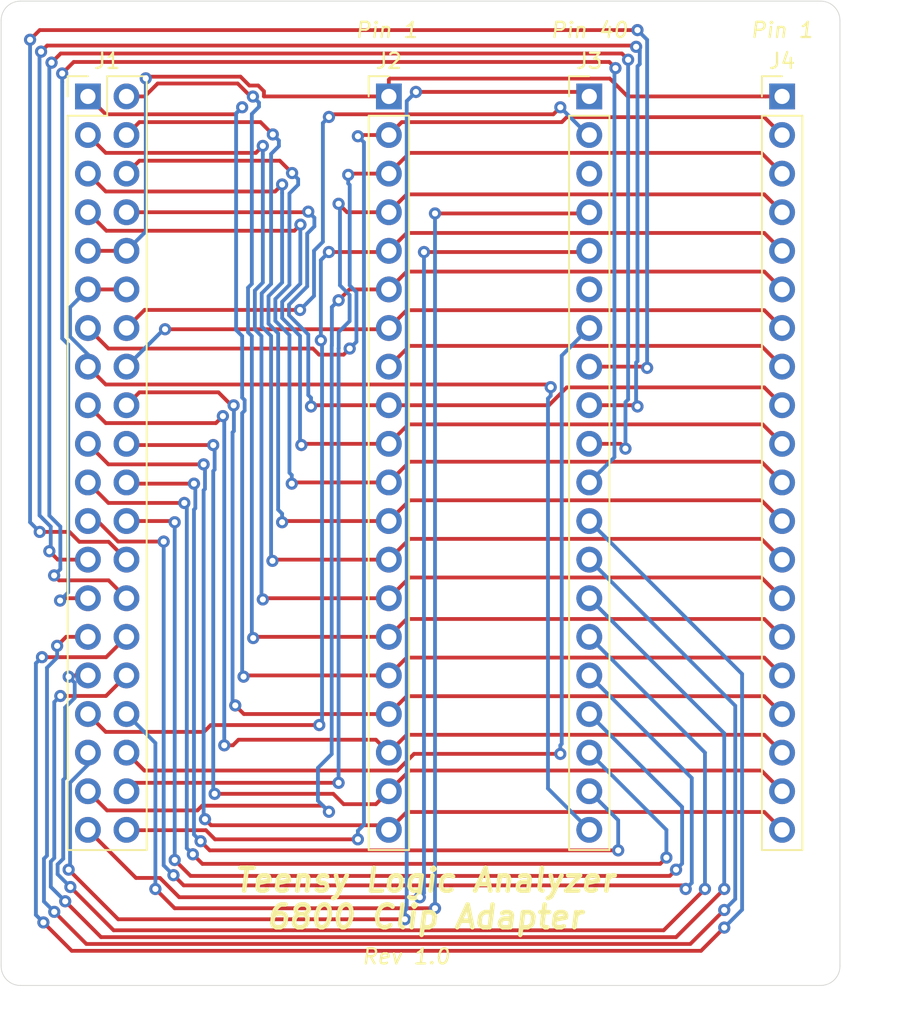
<source format=kicad_pcb>
(kicad_pcb (version 20171130) (host pcbnew "(5.1.12-1-10_14)")

  (general
    (thickness 1.6)
    (drawings 15)
    (tracks 599)
    (zones 0)
    (modules 4)
    (nets 40)
  )

  (page A)
  (title_block
    (title "TeensyLogicAnalyzer 6800 clip adapter")
    (date 2022-04-30)
    (rev 1.0)
    (company "Copyright (c) 2022 Jason R. Thorpe.  See LICENSE.")
  )

  (layers
    (0 F.Cu signal)
    (31 B.Cu signal)
    (32 B.Adhes user)
    (33 F.Adhes user)
    (34 B.Paste user)
    (35 F.Paste user)
    (36 B.SilkS user)
    (37 F.SilkS user)
    (38 B.Mask user)
    (39 F.Mask user)
    (40 Dwgs.User user)
    (41 Cmts.User user)
    (42 Eco1.User user)
    (43 Eco2.User user)
    (44 Edge.Cuts user)
    (45 Margin user)
    (46 B.CrtYd user)
    (47 F.CrtYd user)
    (48 B.Fab user)
    (49 F.Fab user)
  )

  (setup
    (last_trace_width 0.25)
    (trace_clearance 0.2)
    (zone_clearance 0.508)
    (zone_45_only no)
    (trace_min 0.2)
    (via_size 0.8)
    (via_drill 0.4)
    (via_min_size 0.4)
    (via_min_drill 0.3)
    (uvia_size 0.3)
    (uvia_drill 0.1)
    (uvias_allowed no)
    (uvia_min_size 0.2)
    (uvia_min_drill 0.1)
    (edge_width 0.05)
    (segment_width 0.2)
    (pcb_text_width 0.3)
    (pcb_text_size 1.5 1.5)
    (mod_edge_width 0.12)
    (mod_text_size 1 1)
    (mod_text_width 0.15)
    (pad_size 1.524 1.524)
    (pad_drill 0.762)
    (pad_to_mask_clearance 0)
    (aux_axis_origin 0 0)
    (visible_elements FFFFFF7F)
    (pcbplotparams
      (layerselection 0x010fc_ffffffff)
      (usegerberextensions false)
      (usegerberattributes true)
      (usegerberadvancedattributes true)
      (creategerberjobfile true)
      (excludeedgelayer true)
      (linewidth 0.100000)
      (plotframeref false)
      (viasonmask false)
      (mode 1)
      (useauxorigin false)
      (hpglpennumber 1)
      (hpglpenspeed 20)
      (hpglpendiameter 15.000000)
      (psnegative false)
      (psa4output false)
      (plotreference true)
      (plotvalue true)
      (plotinvisibletext false)
      (padsonsilk false)
      (subtractmaskfromsilk false)
      (outputformat 1)
      (mirror false)
      (drillshape 1)
      (scaleselection 1)
      (outputdirectory ""))
  )

  (net 0 "")
  (net 1 A7)
  (net 2 A6)
  (net 3 A5)
  (net 4 A4)
  (net 5 A3)
  (net 6 A2)
  (net 7 A1)
  (net 8 A0)
  (net 9 C10)
  (net 10 C11)
  (net 11 A9)
  (net 12 A8)
  (net 13 A11)
  (net 14 A10)
  (net 15 A13)
  (net 16 A12)
  (net 17 A15)
  (net 18 A14)
  (net 19 D1)
  (net 20 D0)
  (net 21 D3)
  (net 22 D2)
  (net 23 D5)
  (net 24 D4)
  (net 25 D7)
  (net 26 D6)
  (net 27 C1)
  (net 28 C0)
  (net 29 C3)
  (net 30 C2)
  (net 31 C5)
  (net 32 C4)
  (net 33 C7)
  (net 34 C6)
  (net 35 "Net-(J2-Pad8)")
  (net 36 "Net-(J3-Pad6)")
  (net 37 C12)
  (net 38 C8)
  (net 39 "Net-(J3-Pad3)")

  (net_class Default "This is the default net class."
    (clearance 0.2)
    (trace_width 0.25)
    (via_dia 0.8)
    (via_drill 0.4)
    (uvia_dia 0.3)
    (uvia_drill 0.1)
    (add_net A0)
    (add_net A1)
    (add_net A10)
    (add_net A11)
    (add_net A12)
    (add_net A13)
    (add_net A14)
    (add_net A15)
    (add_net A2)
    (add_net A3)
    (add_net A4)
    (add_net A5)
    (add_net A6)
    (add_net A7)
    (add_net A8)
    (add_net A9)
    (add_net C0)
    (add_net C1)
    (add_net C10)
    (add_net C11)
    (add_net C12)
    (add_net C2)
    (add_net C3)
    (add_net C4)
    (add_net C5)
    (add_net C6)
    (add_net C7)
    (add_net C8)
    (add_net D0)
    (add_net D1)
    (add_net D2)
    (add_net D3)
    (add_net D4)
    (add_net D5)
    (add_net D6)
    (add_net D7)
    (add_net "Net-(J2-Pad8)")
    (add_net "Net-(J3-Pad3)")
    (add_net "Net-(J3-Pad6)")
  )

  (module Connector_PinHeader_2.54mm:PinHeader_2x20_P2.54mm_Vertical (layer F.Cu) (tedit 59FED5CC) (tstamp 626DB41E)
    (at 125.095 76.755001)
    (descr "Through hole straight pin header, 2x20, 2.54mm pitch, double rows")
    (tags "Through hole pin header THT 2x20 2.54mm double row")
    (path /62778E6D)
    (fp_text reference J1 (at 1.27 -2.33) (layer F.SilkS)
      (effects (font (size 1 1) (thickness 0.15)))
    )
    (fp_text value Conn_02x20 (at 1.27 50.59) (layer F.Fab) hide
      (effects (font (size 1 1) (thickness 0.15)))
    )
    (fp_line (start 0 -1.27) (end 3.81 -1.27) (layer F.Fab) (width 0.1))
    (fp_line (start 3.81 -1.27) (end 3.81 49.53) (layer F.Fab) (width 0.1))
    (fp_line (start 3.81 49.53) (end -1.27 49.53) (layer F.Fab) (width 0.1))
    (fp_line (start -1.27 49.53) (end -1.27 0) (layer F.Fab) (width 0.1))
    (fp_line (start -1.27 0) (end 0 -1.27) (layer F.Fab) (width 0.1))
    (fp_line (start -1.33 49.59) (end 3.87 49.59) (layer F.SilkS) (width 0.12))
    (fp_line (start -1.33 1.27) (end -1.33 49.59) (layer F.SilkS) (width 0.12))
    (fp_line (start 3.87 -1.33) (end 3.87 49.59) (layer F.SilkS) (width 0.12))
    (fp_line (start -1.33 1.27) (end 1.27 1.27) (layer F.SilkS) (width 0.12))
    (fp_line (start 1.27 1.27) (end 1.27 -1.33) (layer F.SilkS) (width 0.12))
    (fp_line (start 1.27 -1.33) (end 3.87 -1.33) (layer F.SilkS) (width 0.12))
    (fp_line (start -1.33 0) (end -1.33 -1.33) (layer F.SilkS) (width 0.12))
    (fp_line (start -1.33 -1.33) (end 0 -1.33) (layer F.SilkS) (width 0.12))
    (fp_line (start -1.8 -1.8) (end -1.8 50.05) (layer F.CrtYd) (width 0.05))
    (fp_line (start -1.8 50.05) (end 4.35 50.05) (layer F.CrtYd) (width 0.05))
    (fp_line (start 4.35 50.05) (end 4.35 -1.8) (layer F.CrtYd) (width 0.05))
    (fp_line (start 4.35 -1.8) (end -1.8 -1.8) (layer F.CrtYd) (width 0.05))
    (fp_text user %R (at 1.27 24.13 90) (layer F.Fab)
      (effects (font (size 1 1) (thickness 0.15)))
    )
    (pad 1 thru_hole rect (at 0 0) (size 1.7 1.7) (drill 1) (layers *.Cu *.Mask)
      (net 1 A7))
    (pad 2 thru_hole oval (at 2.54 0) (size 1.7 1.7) (drill 1) (layers *.Cu *.Mask)
      (net 2 A6))
    (pad 3 thru_hole oval (at 0 2.54) (size 1.7 1.7) (drill 1) (layers *.Cu *.Mask)
      (net 3 A5))
    (pad 4 thru_hole oval (at 2.54 2.54) (size 1.7 1.7) (drill 1) (layers *.Cu *.Mask)
      (net 4 A4))
    (pad 5 thru_hole oval (at 0 5.08) (size 1.7 1.7) (drill 1) (layers *.Cu *.Mask)
      (net 5 A3))
    (pad 6 thru_hole oval (at 2.54 5.08) (size 1.7 1.7) (drill 1) (layers *.Cu *.Mask)
      (net 6 A2))
    (pad 7 thru_hole oval (at 0 7.62) (size 1.7 1.7) (drill 1) (layers *.Cu *.Mask)
      (net 7 A1))
    (pad 8 thru_hole oval (at 2.54 7.62) (size 1.7 1.7) (drill 1) (layers *.Cu *.Mask)
      (net 8 A0))
    (pad 9 thru_hole oval (at 0 10.16) (size 1.7 1.7) (drill 1) (layers *.Cu *.Mask)
      (net 37 C12))
    (pad 10 thru_hole oval (at 2.54 10.16) (size 1.7 1.7) (drill 1) (layers *.Cu *.Mask)
      (net 37 C12))
    (pad 11 thru_hole oval (at 0 12.7) (size 1.7 1.7) (drill 1) (layers *.Cu *.Mask)
      (net 37 C12))
    (pad 12 thru_hole oval (at 2.54 12.7) (size 1.7 1.7) (drill 1) (layers *.Cu *.Mask)
      (net 37 C12))
    (pad 13 thru_hole oval (at 0 15.24) (size 1.7 1.7) (drill 1) (layers *.Cu *.Mask)
      (net 10 C11))
    (pad 14 thru_hole oval (at 2.54 15.24) (size 1.7 1.7) (drill 1) (layers *.Cu *.Mask)
      (net 9 C10))
    (pad 15 thru_hole oval (at 0 17.78) (size 1.7 1.7) (drill 1) (layers *.Cu *.Mask)
      (net 37 C12))
    (pad 16 thru_hole oval (at 2.54 17.78) (size 1.7 1.7) (drill 1) (layers *.Cu *.Mask)
      (net 38 C8))
    (pad 17 thru_hole oval (at 0 20.32) (size 1.7 1.7) (drill 1) (layers *.Cu *.Mask)
      (net 11 A9))
    (pad 18 thru_hole oval (at 2.54 20.32) (size 1.7 1.7) (drill 1) (layers *.Cu *.Mask)
      (net 12 A8))
    (pad 19 thru_hole oval (at 0 22.86) (size 1.7 1.7) (drill 1) (layers *.Cu *.Mask)
      (net 13 A11))
    (pad 20 thru_hole oval (at 2.54 22.86) (size 1.7 1.7) (drill 1) (layers *.Cu *.Mask)
      (net 14 A10))
    (pad 21 thru_hole oval (at 0 25.4) (size 1.7 1.7) (drill 1) (layers *.Cu *.Mask)
      (net 15 A13))
    (pad 22 thru_hole oval (at 2.54 25.4) (size 1.7 1.7) (drill 1) (layers *.Cu *.Mask)
      (net 16 A12))
    (pad 23 thru_hole oval (at 0 27.94) (size 1.7 1.7) (drill 1) (layers *.Cu *.Mask)
      (net 17 A15))
    (pad 24 thru_hole oval (at 2.54 27.94) (size 1.7 1.7) (drill 1) (layers *.Cu *.Mask)
      (net 18 A14))
    (pad 25 thru_hole oval (at 0 30.48) (size 1.7 1.7) (drill 1) (layers *.Cu *.Mask)
      (net 19 D1))
    (pad 26 thru_hole oval (at 2.54 30.48) (size 1.7 1.7) (drill 1) (layers *.Cu *.Mask)
      (net 20 D0))
    (pad 27 thru_hole oval (at 0 33.02) (size 1.7 1.7) (drill 1) (layers *.Cu *.Mask)
      (net 21 D3))
    (pad 28 thru_hole oval (at 2.54 33.02) (size 1.7 1.7) (drill 1) (layers *.Cu *.Mask)
      (net 22 D2))
    (pad 29 thru_hole oval (at 0 35.56) (size 1.7 1.7) (drill 1) (layers *.Cu *.Mask)
      (net 23 D5))
    (pad 30 thru_hole oval (at 2.54 35.56) (size 1.7 1.7) (drill 1) (layers *.Cu *.Mask)
      (net 24 D4))
    (pad 31 thru_hole oval (at 0 38.1) (size 1.7 1.7) (drill 1) (layers *.Cu *.Mask)
      (net 25 D7))
    (pad 32 thru_hole oval (at 2.54 38.1) (size 1.7 1.7) (drill 1) (layers *.Cu *.Mask)
      (net 26 D6))
    (pad 33 thru_hole oval (at 0 40.64) (size 1.7 1.7) (drill 1) (layers *.Cu *.Mask)
      (net 27 C1))
    (pad 34 thru_hole oval (at 2.54 40.64) (size 1.7 1.7) (drill 1) (layers *.Cu *.Mask)
      (net 28 C0))
    (pad 35 thru_hole oval (at 0 43.18) (size 1.7 1.7) (drill 1) (layers *.Cu *.Mask)
      (net 29 C3))
    (pad 36 thru_hole oval (at 2.54 43.18) (size 1.7 1.7) (drill 1) (layers *.Cu *.Mask)
      (net 30 C2))
    (pad 37 thru_hole oval (at 0 45.72) (size 1.7 1.7) (drill 1) (layers *.Cu *.Mask)
      (net 31 C5))
    (pad 38 thru_hole oval (at 2.54 45.72) (size 1.7 1.7) (drill 1) (layers *.Cu *.Mask)
      (net 32 C4))
    (pad 39 thru_hole oval (at 0 48.26) (size 1.7 1.7) (drill 1) (layers *.Cu *.Mask)
      (net 33 C7))
    (pad 40 thru_hole oval (at 2.54 48.26) (size 1.7 1.7) (drill 1) (layers *.Cu *.Mask)
      (net 34 C6))
    (model ${KISYS3DMOD}/Connector_PinHeader_2.54mm.3dshapes/PinHeader_2x20_P2.54mm_Vertical.wrl
      (at (xyz 0 0 0))
      (scale (xyz 1 1 1))
      (rotate (xyz 0 0 0))
    )
  )

  (module Connector_PinHeader_2.54mm:PinHeader_1x20_P2.54mm_Vertical (layer F.Cu) (tedit 59FED5CC) (tstamp 626DB446)
    (at 144.915001 76.755001)
    (descr "Through hole straight pin header, 1x20, 2.54mm pitch, single row")
    (tags "Through hole pin header THT 1x20 2.54mm single row")
    (path /6287A8D2)
    (fp_text reference J2 (at 0 -2.33) (layer F.SilkS)
      (effects (font (size 1 1) (thickness 0.15)))
    )
    (fp_text value Conn_01x20 (at 0 50.59) (layer F.Fab) hide
      (effects (font (size 1 1) (thickness 0.15)))
    )
    (fp_line (start -0.635 -1.27) (end 1.27 -1.27) (layer F.Fab) (width 0.1))
    (fp_line (start 1.27 -1.27) (end 1.27 49.53) (layer F.Fab) (width 0.1))
    (fp_line (start 1.27 49.53) (end -1.27 49.53) (layer F.Fab) (width 0.1))
    (fp_line (start -1.27 49.53) (end -1.27 -0.635) (layer F.Fab) (width 0.1))
    (fp_line (start -1.27 -0.635) (end -0.635 -1.27) (layer F.Fab) (width 0.1))
    (fp_line (start -1.33 49.59) (end 1.33 49.59) (layer F.SilkS) (width 0.12))
    (fp_line (start -1.33 1.27) (end -1.33 49.59) (layer F.SilkS) (width 0.12))
    (fp_line (start 1.33 1.27) (end 1.33 49.59) (layer F.SilkS) (width 0.12))
    (fp_line (start -1.33 1.27) (end 1.33 1.27) (layer F.SilkS) (width 0.12))
    (fp_line (start -1.33 0) (end -1.33 -1.33) (layer F.SilkS) (width 0.12))
    (fp_line (start -1.33 -1.33) (end 0 -1.33) (layer F.SilkS) (width 0.12))
    (fp_line (start -1.8 -1.8) (end -1.8 50.05) (layer F.CrtYd) (width 0.05))
    (fp_line (start -1.8 50.05) (end 1.8 50.05) (layer F.CrtYd) (width 0.05))
    (fp_line (start 1.8 50.05) (end 1.8 -1.8) (layer F.CrtYd) (width 0.05))
    (fp_line (start 1.8 -1.8) (end -1.8 -1.8) (layer F.CrtYd) (width 0.05))
    (fp_text user %R (at 0 24.13 90) (layer F.Fab)
      (effects (font (size 1 1) (thickness 0.15)))
    )
    (pad 1 thru_hole rect (at 0 0) (size 1.7 1.7) (drill 1) (layers *.Cu *.Mask)
      (net 37 C12))
    (pad 2 thru_hole oval (at 0 2.54) (size 1.7 1.7) (drill 1) (layers *.Cu *.Mask)
      (net 34 C6))
    (pad 3 thru_hole oval (at 0 5.08) (size 1.7 1.7) (drill 1) (layers *.Cu *.Mask)
      (net 10 C11))
    (pad 4 thru_hole oval (at 0 7.62) (size 1.7 1.7) (drill 1) (layers *.Cu *.Mask)
      (net 32 C4))
    (pad 5 thru_hole oval (at 0 10.16) (size 1.7 1.7) (drill 1) (layers *.Cu *.Mask)
      (net 27 C1))
    (pad 6 thru_hole oval (at 0 12.7) (size 1.7 1.7) (drill 1) (layers *.Cu *.Mask)
      (net 31 C5))
    (pad 7 thru_hole oval (at 0 15.24) (size 1.7 1.7) (drill 1) (layers *.Cu *.Mask)
      (net 38 C8))
    (pad 8 thru_hole oval (at 0 17.78) (size 1.7 1.7) (drill 1) (layers *.Cu *.Mask)
      (net 35 "Net-(J2-Pad8)"))
    (pad 9 thru_hole oval (at 0 20.32) (size 1.7 1.7) (drill 1) (layers *.Cu *.Mask)
      (net 8 A0))
    (pad 10 thru_hole oval (at 0 22.86) (size 1.7 1.7) (drill 1) (layers *.Cu *.Mask)
      (net 7 A1))
    (pad 11 thru_hole oval (at 0 25.4) (size 1.7 1.7) (drill 1) (layers *.Cu *.Mask)
      (net 6 A2))
    (pad 12 thru_hole oval (at 0 27.94) (size 1.7 1.7) (drill 1) (layers *.Cu *.Mask)
      (net 5 A3))
    (pad 13 thru_hole oval (at 0 30.48) (size 1.7 1.7) (drill 1) (layers *.Cu *.Mask)
      (net 4 A4))
    (pad 14 thru_hole oval (at 0 33.02) (size 1.7 1.7) (drill 1) (layers *.Cu *.Mask)
      (net 3 A5))
    (pad 15 thru_hole oval (at 0 35.56) (size 1.7 1.7) (drill 1) (layers *.Cu *.Mask)
      (net 2 A6))
    (pad 16 thru_hole oval (at 0 38.1) (size 1.7 1.7) (drill 1) (layers *.Cu *.Mask)
      (net 1 A7))
    (pad 17 thru_hole oval (at 0 40.64) (size 1.7 1.7) (drill 1) (layers *.Cu *.Mask)
      (net 12 A8))
    (pad 18 thru_hole oval (at 0 43.18) (size 1.7 1.7) (drill 1) (layers *.Cu *.Mask)
      (net 11 A9))
    (pad 19 thru_hole oval (at 0 45.72) (size 1.7 1.7) (drill 1) (layers *.Cu *.Mask)
      (net 14 A10))
    (pad 20 thru_hole oval (at 0 48.26) (size 1.7 1.7) (drill 1) (layers *.Cu *.Mask)
      (net 13 A11))
    (model ${KISYS3DMOD}/Connector_PinHeader_2.54mm.3dshapes/PinHeader_1x20_P2.54mm_Vertical.wrl
      (at (xyz 0 0 0))
      (scale (xyz 1 1 1))
      (rotate (xyz 0 0 0))
    )
  )

  (module Connector_PinHeader_2.54mm:PinHeader_1x20_P2.54mm_Vertical (layer F.Cu) (tedit 59FED5CC) (tstamp 626DBF41)
    (at 158.115 76.755001)
    (descr "Through hole straight pin header, 1x20, 2.54mm pitch, single row")
    (tags "Through hole pin header THT 1x20 2.54mm single row")
    (path /62883555)
    (fp_text reference J3 (at 0 -2.33) (layer F.SilkS)
      (effects (font (size 1 1) (thickness 0.15)))
    )
    (fp_text value Conn_01x20 (at 0 50.59) (layer F.Fab) hide
      (effects (font (size 1 1) (thickness 0.15)))
    )
    (fp_line (start -0.635 -1.27) (end 1.27 -1.27) (layer F.Fab) (width 0.1))
    (fp_line (start 1.27 -1.27) (end 1.27 49.53) (layer F.Fab) (width 0.1))
    (fp_line (start 1.27 49.53) (end -1.27 49.53) (layer F.Fab) (width 0.1))
    (fp_line (start -1.27 49.53) (end -1.27 -0.635) (layer F.Fab) (width 0.1))
    (fp_line (start -1.27 -0.635) (end -0.635 -1.27) (layer F.Fab) (width 0.1))
    (fp_line (start -1.33 49.59) (end 1.33 49.59) (layer F.SilkS) (width 0.12))
    (fp_line (start -1.33 1.27) (end -1.33 49.59) (layer F.SilkS) (width 0.12))
    (fp_line (start 1.33 1.27) (end 1.33 49.59) (layer F.SilkS) (width 0.12))
    (fp_line (start -1.33 1.27) (end 1.33 1.27) (layer F.SilkS) (width 0.12))
    (fp_line (start -1.33 0) (end -1.33 -1.33) (layer F.SilkS) (width 0.12))
    (fp_line (start -1.33 -1.33) (end 0 -1.33) (layer F.SilkS) (width 0.12))
    (fp_line (start -1.8 -1.8) (end -1.8 50.05) (layer F.CrtYd) (width 0.05))
    (fp_line (start -1.8 50.05) (end 1.8 50.05) (layer F.CrtYd) (width 0.05))
    (fp_line (start 1.8 50.05) (end 1.8 -1.8) (layer F.CrtYd) (width 0.05))
    (fp_line (start 1.8 -1.8) (end -1.8 -1.8) (layer F.CrtYd) (width 0.05))
    (fp_text user %R (at 0 24.13 90) (layer F.Fab)
      (effects (font (size 1 1) (thickness 0.15)))
    )
    (pad 1 thru_hole rect (at 0 0) (size 1.7 1.7) (drill 1) (layers *.Cu *.Mask)
      (net 29 C3))
    (pad 2 thru_hole oval (at 0 2.54) (size 1.7 1.7) (drill 1) (layers *.Cu *.Mask)
      (net 9 C10))
    (pad 3 thru_hole oval (at 0 5.08) (size 1.7 1.7) (drill 1) (layers *.Cu *.Mask)
      (net 39 "Net-(J3-Pad3)"))
    (pad 4 thru_hole oval (at 0 7.62) (size 1.7 1.7) (drill 1) (layers *.Cu *.Mask)
      (net 28 C0))
    (pad 5 thru_hole oval (at 0 10.16) (size 1.7 1.7) (drill 1) (layers *.Cu *.Mask)
      (net 33 C7))
    (pad 6 thru_hole oval (at 0 12.7) (size 1.7 1.7) (drill 1) (layers *.Cu *.Mask)
      (net 36 "Net-(J3-Pad6)"))
    (pad 7 thru_hole oval (at 0 15.24) (size 1.7 1.7) (drill 1) (layers *.Cu *.Mask)
      (net 30 C2))
    (pad 8 thru_hole oval (at 0 17.78) (size 1.7 1.7) (drill 1) (layers *.Cu *.Mask)
      (net 20 D0))
    (pad 9 thru_hole oval (at 0 20.32) (size 1.7 1.7) (drill 1) (layers *.Cu *.Mask)
      (net 19 D1))
    (pad 10 thru_hole oval (at 0 22.86) (size 1.7 1.7) (drill 1) (layers *.Cu *.Mask)
      (net 22 D2))
    (pad 11 thru_hole oval (at 0 25.4) (size 1.7 1.7) (drill 1) (layers *.Cu *.Mask)
      (net 21 D3))
    (pad 12 thru_hole oval (at 0 27.94) (size 1.7 1.7) (drill 1) (layers *.Cu *.Mask)
      (net 24 D4))
    (pad 13 thru_hole oval (at 0 30.48) (size 1.7 1.7) (drill 1) (layers *.Cu *.Mask)
      (net 23 D5))
    (pad 14 thru_hole oval (at 0 33.02) (size 1.7 1.7) (drill 1) (layers *.Cu *.Mask)
      (net 26 D6))
    (pad 15 thru_hole oval (at 0 35.56) (size 1.7 1.7) (drill 1) (layers *.Cu *.Mask)
      (net 25 D7))
    (pad 16 thru_hole oval (at 0 38.1) (size 1.7 1.7) (drill 1) (layers *.Cu *.Mask)
      (net 17 A15))
    (pad 17 thru_hole oval (at 0 40.64) (size 1.7 1.7) (drill 1) (layers *.Cu *.Mask)
      (net 18 A14))
    (pad 18 thru_hole oval (at 0 43.18) (size 1.7 1.7) (drill 1) (layers *.Cu *.Mask)
      (net 15 A13))
    (pad 19 thru_hole oval (at 0 45.72) (size 1.7 1.7) (drill 1) (layers *.Cu *.Mask)
      (net 16 A12))
    (pad 20 thru_hole oval (at 0 48.26) (size 1.7 1.7) (drill 1) (layers *.Cu *.Mask)
      (net 37 C12))
    (model ${KISYS3DMOD}/Connector_PinHeader_2.54mm.3dshapes/PinHeader_1x20_P2.54mm_Vertical.wrl
      (at (xyz 0 0 0))
      (scale (xyz 1 1 1))
      (rotate (xyz 0 0 0))
    )
  )

  (module Connector_PinHeader_2.54mm:PinHeader_1x20_P2.54mm_Vertical (layer F.Cu) (tedit 59FED5CC) (tstamp 626DB496)
    (at 170.815 76.755001)
    (descr "Through hole straight pin header, 1x20, 2.54mm pitch, single row")
    (tags "Through hole pin header THT 1x20 2.54mm single row")
    (path /6288332E)
    (fp_text reference J4 (at 0 -2.33) (layer F.SilkS)
      (effects (font (size 1 1) (thickness 0.15)))
    )
    (fp_text value Conn_01x20 (at 0 50.59) (layer F.Fab) hide
      (effects (font (size 1 1) (thickness 0.15)))
    )
    (fp_line (start 1.8 -1.8) (end -1.8 -1.8) (layer F.CrtYd) (width 0.05))
    (fp_line (start 1.8 50.05) (end 1.8 -1.8) (layer F.CrtYd) (width 0.05))
    (fp_line (start -1.8 50.05) (end 1.8 50.05) (layer F.CrtYd) (width 0.05))
    (fp_line (start -1.8 -1.8) (end -1.8 50.05) (layer F.CrtYd) (width 0.05))
    (fp_line (start -1.33 -1.33) (end 0 -1.33) (layer F.SilkS) (width 0.12))
    (fp_line (start -1.33 0) (end -1.33 -1.33) (layer F.SilkS) (width 0.12))
    (fp_line (start -1.33 1.27) (end 1.33 1.27) (layer F.SilkS) (width 0.12))
    (fp_line (start 1.33 1.27) (end 1.33 49.59) (layer F.SilkS) (width 0.12))
    (fp_line (start -1.33 1.27) (end -1.33 49.59) (layer F.SilkS) (width 0.12))
    (fp_line (start -1.33 49.59) (end 1.33 49.59) (layer F.SilkS) (width 0.12))
    (fp_line (start -1.27 -0.635) (end -0.635 -1.27) (layer F.Fab) (width 0.1))
    (fp_line (start -1.27 49.53) (end -1.27 -0.635) (layer F.Fab) (width 0.1))
    (fp_line (start 1.27 49.53) (end -1.27 49.53) (layer F.Fab) (width 0.1))
    (fp_line (start 1.27 -1.27) (end 1.27 49.53) (layer F.Fab) (width 0.1))
    (fp_line (start -0.635 -1.27) (end 1.27 -1.27) (layer F.Fab) (width 0.1))
    (fp_text user %R (at 0 24.13 90) (layer F.Fab)
      (effects (font (size 1 1) (thickness 0.15)))
    )
    (pad 20 thru_hole oval (at 0 48.26) (size 1.7 1.7) (drill 1) (layers *.Cu *.Mask)
      (net 13 A11))
    (pad 19 thru_hole oval (at 0 45.72) (size 1.7 1.7) (drill 1) (layers *.Cu *.Mask)
      (net 14 A10))
    (pad 18 thru_hole oval (at 0 43.18) (size 1.7 1.7) (drill 1) (layers *.Cu *.Mask)
      (net 11 A9))
    (pad 17 thru_hole oval (at 0 40.64) (size 1.7 1.7) (drill 1) (layers *.Cu *.Mask)
      (net 12 A8))
    (pad 16 thru_hole oval (at 0 38.1) (size 1.7 1.7) (drill 1) (layers *.Cu *.Mask)
      (net 1 A7))
    (pad 15 thru_hole oval (at 0 35.56) (size 1.7 1.7) (drill 1) (layers *.Cu *.Mask)
      (net 2 A6))
    (pad 14 thru_hole oval (at 0 33.02) (size 1.7 1.7) (drill 1) (layers *.Cu *.Mask)
      (net 3 A5))
    (pad 13 thru_hole oval (at 0 30.48) (size 1.7 1.7) (drill 1) (layers *.Cu *.Mask)
      (net 4 A4))
    (pad 12 thru_hole oval (at 0 27.94) (size 1.7 1.7) (drill 1) (layers *.Cu *.Mask)
      (net 5 A3))
    (pad 11 thru_hole oval (at 0 25.4) (size 1.7 1.7) (drill 1) (layers *.Cu *.Mask)
      (net 6 A2))
    (pad 10 thru_hole oval (at 0 22.86) (size 1.7 1.7) (drill 1) (layers *.Cu *.Mask)
      (net 7 A1))
    (pad 9 thru_hole oval (at 0 20.32) (size 1.7 1.7) (drill 1) (layers *.Cu *.Mask)
      (net 8 A0))
    (pad 8 thru_hole oval (at 0 17.78) (size 1.7 1.7) (drill 1) (layers *.Cu *.Mask)
      (net 35 "Net-(J2-Pad8)"))
    (pad 7 thru_hole oval (at 0 15.24) (size 1.7 1.7) (drill 1) (layers *.Cu *.Mask)
      (net 38 C8))
    (pad 6 thru_hole oval (at 0 12.7) (size 1.7 1.7) (drill 1) (layers *.Cu *.Mask)
      (net 31 C5))
    (pad 5 thru_hole oval (at 0 10.16) (size 1.7 1.7) (drill 1) (layers *.Cu *.Mask)
      (net 27 C1))
    (pad 4 thru_hole oval (at 0 7.62) (size 1.7 1.7) (drill 1) (layers *.Cu *.Mask)
      (net 32 C4))
    (pad 3 thru_hole oval (at 0 5.08) (size 1.7 1.7) (drill 1) (layers *.Cu *.Mask)
      (net 10 C11))
    (pad 2 thru_hole oval (at 0 2.54) (size 1.7 1.7) (drill 1) (layers *.Cu *.Mask)
      (net 34 C6))
    (pad 1 thru_hole rect (at 0 0) (size 1.7 1.7) (drill 1) (layers *.Cu *.Mask)
      (net 37 C12))
    (model ${KISYS3DMOD}/Connector_PinHeader_2.54mm.3dshapes/PinHeader_1x20_P2.54mm_Vertical.wrl
      (at (xyz 0 0 0))
      (scale (xyz 1 1 1))
      (rotate (xyz 0 0 0))
    )
  )

  (gr_text "Rev 1.0" (at 146.05 133.35) (layer F.SilkS) (tstamp 626DD411)
    (effects (font (size 1 1) (thickness 0.15) italic))
  )
  (dimension 64.77 (width 0.15) (layer Dwgs.User)
    (gr_text "64.770 mm" (at 177.83 102.87 90) (layer Dwgs.User)
      (effects (font (size 1 1) (thickness 0.15)))
    )
    (feature1 (pts (xy 174.625 70.485) (xy 177.116421 70.485)))
    (feature2 (pts (xy 174.625 135.255) (xy 177.116421 135.255)))
    (crossbar (pts (xy 176.53 135.255) (xy 176.53 70.485)))
    (arrow1a (pts (xy 176.53 70.485) (xy 177.116421 71.611504)))
    (arrow1b (pts (xy 176.53 70.485) (xy 175.943579 71.611504)))
    (arrow2a (pts (xy 176.53 135.255) (xy 177.116421 134.128496)))
    (arrow2b (pts (xy 176.53 135.255) (xy 175.943579 134.128496)))
  )
  (dimension 55.245 (width 0.15) (layer Dwgs.User)
    (gr_text "55.245 mm" (at 147.0025 138.46) (layer Dwgs.User)
      (effects (font (size 1 1) (thickness 0.15)))
    )
    (feature1 (pts (xy 174.625 135.255) (xy 174.625 137.746421)))
    (feature2 (pts (xy 119.38 135.255) (xy 119.38 137.746421)))
    (crossbar (pts (xy 119.38 137.16) (xy 174.625 137.16)))
    (arrow1a (pts (xy 174.625 137.16) (xy 173.498496 137.746421)))
    (arrow1b (pts (xy 174.625 137.16) (xy 173.498496 136.573579)))
    (arrow2a (pts (xy 119.38 137.16) (xy 120.506504 137.746421)))
    (arrow2b (pts (xy 119.38 137.16) (xy 120.506504 136.573579)))
  )
  (gr_arc (start 120.65 71.755) (end 120.65 70.485) (angle -90) (layer Edge.Cuts) (width 0.05))
  (gr_arc (start 120.65 133.985) (end 119.38 133.985) (angle -90) (layer Edge.Cuts) (width 0.05))
  (gr_arc (start 173.355 133.985) (end 173.355 135.255) (angle -90) (layer Edge.Cuts) (width 0.05))
  (gr_arc (start 173.355 71.755) (end 174.625 71.755) (angle -90) (layer Edge.Cuts) (width 0.05))
  (gr_line (start 119.38 133.985) (end 119.38 71.755) (layer Edge.Cuts) (width 0.05) (tstamp 626DC885))
  (gr_line (start 173.355 135.255) (end 120.65 135.255) (layer Edge.Cuts) (width 0.05))
  (gr_line (start 174.625 71.755) (end 174.625 133.985) (layer Edge.Cuts) (width 0.05))
  (gr_line (start 120.65 70.485) (end 173.355 70.485) (layer Edge.Cuts) (width 0.05))
  (gr_text "Teensy Logic Analyzer\n6800 Clip Adapter" (at 147.32 129.54) (layer F.SilkS)
    (effects (font (size 1.5 1.5) (thickness 0.3) italic))
  )
  (gr_text "Pin 40" (at 158.115 72.39) (layer F.SilkS) (tstamp 626DBBB8)
    (effects (font (size 1 1) (thickness 0.15) italic))
  )
  (gr_text "Pin 1" (at 170.815 72.39) (layer F.SilkS) (tstamp 626DBBB6)
    (effects (font (size 1 1) (thickness 0.15) italic))
  )
  (gr_text "Pin 1" (at 144.78 72.39) (layer F.SilkS)
    (effects (font (size 1 1) (thickness 0.15) italic))
  )

  (segment (start 169.639999 113.68) (end 170.815 114.855001) (width 0.25) (layer F.Cu) (net 1) (status 20))
  (segment (start 146.090002 113.68) (end 169.639999 113.68) (width 0.25) (layer F.Cu) (net 1))
  (segment (start 144.915001 114.855001) (end 146.090002 113.68) (width 0.25) (layer F.Cu) (net 1) (status 10))
  (via (at 135.255 77.47) (size 0.8) (drill 0.4) (layers F.Cu B.Cu) (net 1))
  (segment (start 126.270001 77.930002) (end 125.095 76.755001) (width 0.25) (layer F.Cu) (net 1) (status 20))
  (segment (start 134.794998 77.930002) (end 126.270001 77.930002) (width 0.25) (layer F.Cu) (net 1))
  (segment (start 135.255 77.47) (end 134.794998 77.930002) (width 0.25) (layer F.Cu) (net 1))
  (via (at 135.34501 114.935) (size 0.8) (drill 0.4) (layers F.Cu B.Cu) (net 1))
  (segment (start 144.915001 114.855001) (end 135.425009 114.855001) (width 0.25) (layer F.Cu) (net 1) (status 10))
  (segment (start 135.425009 114.855001) (end 135.34501 114.935) (width 0.25) (layer F.Cu) (net 1))
  (segment (start 135.255 92.522881) (end 135.255 96.572766) (width 0.25) (layer B.Cu) (net 1))
  (segment (start 134.855001 77.869999) (end 134.855001 92.122882) (width 0.25) (layer B.Cu) (net 1))
  (segment (start 135.255 77.47) (end 134.855001 77.869999) (width 0.25) (layer B.Cu) (net 1))
  (segment (start 135.255 96.572766) (end 135.417117 96.734883) (width 0.25) (layer B.Cu) (net 1))
  (segment (start 135.417117 96.734883) (end 135.417117 97.430887) (width 0.25) (layer B.Cu) (net 1))
  (segment (start 134.855001 92.122882) (end 135.255 92.522881) (width 0.25) (layer B.Cu) (net 1))
  (segment (start 135.417117 97.430887) (end 135.255 97.593004) (width 0.25) (layer B.Cu) (net 1))
  (segment (start 135.255 97.593004) (end 135.255 114.84499) (width 0.25) (layer B.Cu) (net 1))
  (segment (start 135.255 114.84499) (end 135.34501 114.935) (width 0.25) (layer B.Cu) (net 1))
  (segment (start 169.639999 111.14) (end 170.815 112.315001) (width 0.25) (layer F.Cu) (net 2) (status 20))
  (segment (start 146.090002 111.14) (end 169.639999 111.14) (width 0.25) (layer F.Cu) (net 2))
  (segment (start 144.915001 112.315001) (end 146.090002 111.14) (width 0.25) (layer F.Cu) (net 2) (status 10))
  (via (at 135.98001 112.395) (size 0.8) (drill 0.4) (layers F.Cu B.Cu) (net 2))
  (via (at 135.962115 76.762885) (size 0.8) (drill 0.4) (layers F.Cu B.Cu) (net 2))
  (segment (start 144.915001 112.315001) (end 136.060009 112.315001) (width 0.25) (layer F.Cu) (net 2) (status 10))
  (segment (start 136.060009 112.315001) (end 135.98001 112.395) (width 0.25) (layer F.Cu) (net 2))
  (segment (start 127.635 76.755001) (end 128.837081 76.755001) (width 0.25) (layer F.Cu) (net 2))
  (segment (start 128.837081 76.755001) (end 129.687079 75.905003) (width 0.25) (layer F.Cu) (net 2))
  (segment (start 129.687079 75.905003) (end 134.960003 75.905003) (width 0.25) (layer F.Cu) (net 2))
  (segment (start 134.960003 75.905003) (end 135.817885 76.762885) (width 0.25) (layer F.Cu) (net 2))
  (segment (start 135.817885 76.762885) (end 135.962115 76.762885) (width 0.25) (layer F.Cu) (net 2))
  (segment (start 135.639932 92.271402) (end 135.639932 89.338598) (width 0.25) (layer B.Cu) (net 2))
  (segment (start 136.362114 77.162884) (end 135.962115 76.762885) (width 0.25) (layer B.Cu) (net 2))
  (segment (start 136.362114 77.43589) (end 136.362114 77.162884) (width 0.25) (layer B.Cu) (net 2))
  (segment (start 135.89 77.908004) (end 136.362114 77.43589) (width 0.25) (layer B.Cu) (net 2))
  (segment (start 135.89 112.30499) (end 135.89 92.52147) (width 0.25) (layer B.Cu) (net 2))
  (segment (start 135.89 92.52147) (end 135.639932 92.271402) (width 0.25) (layer B.Cu) (net 2))
  (segment (start 135.98001 112.395) (end 135.89 112.30499) (width 0.25) (layer B.Cu) (net 2))
  (segment (start 135.639932 89.338598) (end 135.89 89.08853) (width 0.25) (layer B.Cu) (net 2))
  (segment (start 135.89 89.08853) (end 135.89 77.908004) (width 0.25) (layer B.Cu) (net 2))
  (segment (start 169.450001 108.410002) (end 170.815 109.775001) (width 0.25) (layer F.Cu) (net 3) (status 20))
  (segment (start 146.28 108.410002) (end 169.450001 108.410002) (width 0.25) (layer F.Cu) (net 3))
  (segment (start 144.915001 109.775001) (end 146.28 108.410002) (width 0.25) (layer F.Cu) (net 3) (status 10))
  (via (at 136.61501 109.855) (size 0.8) (drill 0.4) (layers F.Cu B.Cu) (net 3))
  (segment (start 126.270001 80.470002) (end 136.155008 80.470002) (width 0.25) (layer F.Cu) (net 3))
  (via (at 136.61501 80.01) (size 0.8) (drill 0.4) (layers F.Cu B.Cu) (net 3))
  (segment (start 136.695009 109.775001) (end 136.61501 109.855) (width 0.25) (layer F.Cu) (net 3))
  (segment (start 136.155008 80.470002) (end 136.61501 80.01) (width 0.25) (layer F.Cu) (net 3))
  (segment (start 144.915001 109.775001) (end 136.695009 109.775001) (width 0.25) (layer F.Cu) (net 3) (status 10))
  (segment (start 125.095 79.295001) (end 126.270001 80.470002) (width 0.25) (layer F.Cu) (net 3) (status 10))
  (segment (start 136.61501 109.855) (end 136.525 109.76499) (width 0.25) (layer B.Cu) (net 3))
  (segment (start 136.61501 80.575685) (end 136.61501 80.01) (width 0.25) (layer B.Cu) (net 3))
  (segment (start 136.525 109.76499) (end 136.525 92.520058) (width 0.25) (layer B.Cu) (net 3))
  (segment (start 136.089943 92.085002) (end 136.089943 89.524998) (width 0.25) (layer B.Cu) (net 3))
  (segment (start 136.525 92.520058) (end 136.089943 92.085002) (width 0.25) (layer B.Cu) (net 3))
  (segment (start 136.089943 89.524998) (end 136.61501 88.999932) (width 0.25) (layer B.Cu) (net 3))
  (segment (start 136.61501 88.999932) (end 136.61501 80.575685) (width 0.25) (layer B.Cu) (net 3))
  (segment (start 169.450001 105.870002) (end 170.815 107.235001) (width 0.25) (layer F.Cu) (net 4) (status 20))
  (segment (start 146.28 105.870002) (end 169.450001 105.870002) (width 0.25) (layer F.Cu) (net 4))
  (segment (start 144.915001 107.235001) (end 146.28 105.870002) (width 0.25) (layer F.Cu) (net 4) (status 10))
  (via (at 137.25001 107.315) (size 0.8) (drill 0.4) (layers F.Cu B.Cu) (net 4))
  (segment (start 144.915001 107.235001) (end 137.330009 107.235001) (width 0.25) (layer F.Cu) (net 4) (status 10))
  (segment (start 137.330009 107.235001) (end 137.25001 107.315) (width 0.25) (layer F.Cu) (net 4))
  (via (at 137.272544 79.256559) (size 0.8) (drill 0.4) (layers F.Cu B.Cu) (net 4))
  (segment (start 136.460987 78.445002) (end 137.272544 79.256559) (width 0.25) (layer F.Cu) (net 4))
  (segment (start 127.635 79.295001) (end 128.484999 78.445002) (width 0.25) (layer F.Cu) (net 4) (status 10))
  (segment (start 128.484999 78.445002) (end 136.460987 78.445002) (width 0.25) (layer F.Cu) (net 4))
  (segment (start 136.539954 89.711398) (end 137.16 89.091353) (width 0.25) (layer B.Cu) (net 4))
  (segment (start 137.16 80.538014) (end 137.672543 80.025471) (width 0.25) (layer B.Cu) (net 4))
  (segment (start 137.16 92.518648) (end 136.539954 91.898602) (width 0.25) (layer B.Cu) (net 4))
  (segment (start 136.539954 91.898602) (end 136.539954 89.711398) (width 0.25) (layer B.Cu) (net 4))
  (segment (start 137.25001 107.315) (end 137.16 107.22499) (width 0.25) (layer B.Cu) (net 4))
  (segment (start 137.16 107.22499) (end 137.16 92.518648) (width 0.25) (layer B.Cu) (net 4))
  (segment (start 137.16 89.091353) (end 137.16 80.538014) (width 0.25) (layer B.Cu) (net 4))
  (segment (start 137.672543 79.656558) (end 137.272544 79.256559) (width 0.25) (layer B.Cu) (net 4))
  (segment (start 137.672543 80.025471) (end 137.672543 79.656558) (width 0.25) (layer B.Cu) (net 4))
  (segment (start 169.450001 103.330002) (end 170.815 104.695001) (width 0.25) (layer F.Cu) (net 5) (status 20))
  (segment (start 146.28 103.330002) (end 169.450001 103.330002) (width 0.25) (layer F.Cu) (net 5))
  (segment (start 144.915001 104.695001) (end 146.28 103.330002) (width 0.25) (layer F.Cu) (net 5) (status 10))
  (via (at 137.88501 104.775) (size 0.8) (drill 0.4) (layers F.Cu B.Cu) (net 5))
  (via (at 137.88501 82.55) (size 0.8) (drill 0.4) (layers F.Cu B.Cu) (net 5))
  (segment (start 126.270001 83.010002) (end 137.425008 83.010002) (width 0.25) (layer F.Cu) (net 5))
  (segment (start 137.965009 104.695001) (end 137.88501 104.775) (width 0.25) (layer F.Cu) (net 5))
  (segment (start 137.425008 83.010002) (end 137.88501 82.55) (width 0.25) (layer F.Cu) (net 5))
  (segment (start 125.095 81.835001) (end 126.270001 83.010002) (width 0.25) (layer F.Cu) (net 5) (status 10))
  (segment (start 144.915001 104.695001) (end 137.965009 104.695001) (width 0.25) (layer F.Cu) (net 5) (status 10))
  (segment (start 137.624965 92.347201) (end 136.989965 91.712202) (width 0.25) (layer B.Cu) (net 5))
  (segment (start 137.88501 83.115685) (end 137.88501 82.55) (width 0.25) (layer B.Cu) (net 5))
  (segment (start 137.624965 103.94927) (end 137.624965 92.347201) (width 0.25) (layer B.Cu) (net 5))
  (segment (start 137.88501 89.002754) (end 137.88501 83.115685) (width 0.25) (layer B.Cu) (net 5))
  (segment (start 137.88501 104.209315) (end 137.624965 103.94927) (width 0.25) (layer B.Cu) (net 5))
  (segment (start 137.88501 104.775) (end 137.88501 104.209315) (width 0.25) (layer B.Cu) (net 5))
  (segment (start 136.989965 91.712202) (end 136.989965 89.897798) (width 0.25) (layer B.Cu) (net 5))
  (segment (start 136.989965 89.897798) (end 137.88501 89.002754) (width 0.25) (layer B.Cu) (net 5))
  (segment (start 169.450001 100.790002) (end 170.815 102.155001) (width 0.25) (layer F.Cu) (net 6) (status 20))
  (segment (start 146.28 100.790002) (end 169.450001 100.790002) (width 0.25) (layer F.Cu) (net 6))
  (segment (start 144.915001 102.155001) (end 146.28 100.790002) (width 0.25) (layer F.Cu) (net 6) (status 10))
  (via (at 138.52001 102.235) (size 0.8) (drill 0.4) (layers F.Cu B.Cu) (net 6))
  (segment (start 144.915001 102.155001) (end 138.600009 102.155001) (width 0.25) (layer F.Cu) (net 6) (status 10))
  (segment (start 138.600009 102.155001) (end 138.52001 102.235) (width 0.25) (layer F.Cu) (net 6))
  (via (at 138.542544 81.796559) (size 0.8) (drill 0.4) (layers F.Cu B.Cu) (net 6))
  (segment (start 127.635 81.835001) (end 128.484999 80.985002) (width 0.25) (layer F.Cu) (net 6) (status 10))
  (segment (start 128.484999 80.985002) (end 137.730987 80.985002) (width 0.25) (layer F.Cu) (net 6))
  (segment (start 137.730987 80.985002) (end 138.542544 81.796559) (width 0.25) (layer F.Cu) (net 6))
  (segment (start 137.439976 90.084198) (end 138.368053 89.156121) (width 0.25) (layer B.Cu) (net 6))
  (segment (start 138.942543 82.565471) (end 138.942543 82.196558) (width 0.25) (layer B.Cu) (net 6))
  (segment (start 138.52001 101.669315) (end 138.368053 101.517358) (width 0.25) (layer B.Cu) (net 6))
  (segment (start 138.368053 101.517358) (end 138.368053 92.453879) (width 0.25) (layer B.Cu) (net 6))
  (segment (start 138.368053 92.453879) (end 137.439976 91.525802) (width 0.25) (layer B.Cu) (net 6))
  (segment (start 137.439976 91.525802) (end 137.439976 90.084198) (width 0.25) (layer B.Cu) (net 6))
  (segment (start 138.368053 83.139961) (end 138.942543 82.565471) (width 0.25) (layer B.Cu) (net 6))
  (segment (start 138.942543 82.196558) (end 138.542544 81.796559) (width 0.25) (layer B.Cu) (net 6))
  (segment (start 138.52001 102.235) (end 138.52001 101.669315) (width 0.25) (layer B.Cu) (net 6))
  (segment (start 138.368053 89.156121) (end 138.368053 83.139961) (width 0.25) (layer B.Cu) (net 6))
  (via (at 139.15501 99.695) (size 0.8) (drill 0.4) (layers F.Cu B.Cu) (net 7))
  (segment (start 144.915001 99.615001) (end 139.235009 99.615001) (width 0.25) (layer F.Cu) (net 7) (status 10))
  (segment (start 139.235009 99.615001) (end 139.15501 99.695) (width 0.25) (layer F.Cu) (net 7))
  (segment (start 169.534997 98.334998) (end 170.815 99.615001) (width 0.25) (layer F.Cu) (net 7) (status 20))
  (segment (start 146.195004 98.334998) (end 169.534997 98.334998) (width 0.25) (layer F.Cu) (net 7))
  (segment (start 144.915001 99.615001) (end 146.195004 98.334998) (width 0.25) (layer F.Cu) (net 7) (status 10))
  (via (at 139.093055 85.192597) (size 0.8) (drill 0.4) (layers F.Cu B.Cu) (net 7))
  (segment (start 138.693056 85.592596) (end 139.093055 85.192597) (width 0.25) (layer F.Cu) (net 7))
  (segment (start 126.312595 85.592596) (end 138.693056 85.592596) (width 0.25) (layer F.Cu) (net 7))
  (segment (start 125.095 84.375001) (end 126.312595 85.592596) (width 0.25) (layer F.Cu) (net 7))
  (segment (start 139.15501 99.695) (end 139.065 99.60499) (width 0.25) (layer B.Cu) (net 7))
  (segment (start 139.065 92.514415) (end 137.889987 91.339402) (width 0.25) (layer B.Cu) (net 7))
  (segment (start 137.889987 91.339402) (end 137.889987 90.270598) (width 0.25) (layer B.Cu) (net 7))
  (segment (start 137.889987 90.270598) (end 139.086718 89.073867) (width 0.25) (layer B.Cu) (net 7))
  (segment (start 139.065 99.60499) (end 139.065 92.514415) (width 0.25) (layer B.Cu) (net 7))
  (segment (start 139.086718 85.198934) (end 139.093055 85.192597) (width 0.25) (layer B.Cu) (net 7))
  (segment (start 139.086718 89.073867) (end 139.086718 85.198934) (width 0.25) (layer B.Cu) (net 7))
  (via (at 139.79001 97.155) (size 0.8) (drill 0.4) (layers F.Cu B.Cu) (net 8))
  (segment (start 144.915001 97.075001) (end 139.870009 97.075001) (width 0.25) (layer F.Cu) (net 8) (status 10))
  (segment (start 139.870009 97.075001) (end 139.79001 97.155) (width 0.25) (layer F.Cu) (net 8))
  (via (at 139.60999 84.336559) (size 0.8) (drill 0.4) (layers F.Cu B.Cu) (net 8))
  (segment (start 139.571548 84.375001) (end 139.60999 84.336559) (width 0.25) (layer F.Cu) (net 8))
  (segment (start 127.635 84.375001) (end 139.571548 84.375001) (width 0.25) (layer F.Cu) (net 8))
  (segment (start 139.79001 96.589315) (end 139.609998 96.409303) (width 0.25) (layer B.Cu) (net 8))
  (segment (start 139.536729 85.781285) (end 140.009989 85.308025) (width 0.25) (layer B.Cu) (net 8))
  (segment (start 140.009989 85.308025) (end 140.009989 84.736558) (width 0.25) (layer B.Cu) (net 8))
  (segment (start 139.536729 89.260267) (end 139.536729 85.781285) (width 0.25) (layer B.Cu) (net 8))
  (segment (start 138.339998 91.153002) (end 138.339998 90.456998) (width 0.25) (layer B.Cu) (net 8))
  (segment (start 139.609998 92.423002) (end 138.339998 91.153002) (width 0.25) (layer B.Cu) (net 8))
  (segment (start 139.79001 97.155) (end 139.79001 96.589315) (width 0.25) (layer B.Cu) (net 8))
  (segment (start 139.609998 96.409303) (end 139.609998 92.423002) (width 0.25) (layer B.Cu) (net 8))
  (segment (start 140.009989 84.736558) (end 139.60999 84.336559) (width 0.25) (layer B.Cu) (net 8))
  (segment (start 138.339998 90.456998) (end 139.536729 89.260267) (width 0.25) (layer B.Cu) (net 8))
  (segment (start 156.633004 95.9) (end 169.639999 95.9) (width 0.25) (layer F.Cu) (net 8))
  (segment (start 144.915001 97.075001) (end 155.458003 97.075001) (width 0.25) (layer F.Cu) (net 8))
  (segment (start 155.458003 97.075001) (end 156.633004 95.9) (width 0.25) (layer F.Cu) (net 8))
  (segment (start 169.639999 95.9) (end 170.815 97.075001) (width 0.25) (layer F.Cu) (net 8))
  (via (at 156.21 77.47) (size 0.8) (drill 0.4) (layers F.Cu B.Cu) (net 9))
  (segment (start 155.749998 77.930002) (end 156.21 77.47) (width 0.25) (layer F.Cu) (net 9))
  (segment (start 158.035001 79.295001) (end 158.115 79.295001) (width 0.25) (layer B.Cu) (net 9))
  (segment (start 156.21 77.47) (end 158.035001 79.295001) (width 0.25) (layer B.Cu) (net 9))
  (via (at 140.97 78.105) (size 0.8) (drill 0.4) (layers F.Cu B.Cu) (net 9))
  (segment (start 141.144998 77.930002) (end 140.97 78.105) (width 0.25) (layer F.Cu) (net 9))
  (segment (start 155.749998 77.930002) (end 141.144998 77.930002) (width 0.25) (layer F.Cu) (net 9))
  (segment (start 127.635 91.995001) (end 128.825001 90.805) (width 0.25) (layer F.Cu) (net 9))
  (segment (start 128.825001 90.805) (end 139.064998 90.805) (width 0.25) (layer F.Cu) (net 9))
  (via (at 139.064998 90.805) (size 0.8) (drill 0.4) (layers F.Cu B.Cu) (net 9))
  (segment (start 140.570001 78.504999) (end 140.570001 86.321995) (width 0.25) (layer B.Cu) (net 9))
  (segment (start 140.570001 86.321995) (end 139.98674 86.905256) (width 0.25) (layer B.Cu) (net 9))
  (segment (start 139.98674 86.905256) (end 139.98674 89.883258) (width 0.25) (layer B.Cu) (net 9))
  (segment (start 139.98674 89.883258) (end 139.064998 90.805) (width 0.25) (layer B.Cu) (net 9))
  (segment (start 140.97 78.105) (end 140.570001 78.504999) (width 0.25) (layer B.Cu) (net 9))
  (segment (start 146.28 80.470002) (end 169.450001 80.470002) (width 0.25) (layer F.Cu) (net 10))
  (segment (start 169.450001 80.470002) (end 170.815 81.835001) (width 0.25) (layer F.Cu) (net 10) (status 20))
  (segment (start 144.915001 81.835001) (end 146.28 80.470002) (width 0.25) (layer F.Cu) (net 10) (status 10))
  (via (at 142.24 81.915) (size 0.8) (drill 0.4) (layers F.Cu B.Cu) (net 10))
  (segment (start 142.319999 81.835001) (end 142.24 81.915) (width 0.25) (layer F.Cu) (net 10))
  (segment (start 144.915001 81.835001) (end 142.319999 81.835001) (width 0.25) (layer F.Cu) (net 10) (status 10))
  (segment (start 125.095 91.995001) (end 126.444999 93.345) (width 0.25) (layer F.Cu) (net 10))
  (segment (start 126.444999 93.345) (end 139.915914 93.345) (width 0.25) (layer F.Cu) (net 10))
  (segment (start 139.915914 93.345) (end 140.316074 93.74516) (width 0.25) (layer F.Cu) (net 10))
  (segment (start 141.936554 93.74516) (end 142.336553 93.345161) (width 0.25) (layer F.Cu) (net 10))
  (segment (start 140.316074 93.74516) (end 141.936554 93.74516) (width 0.25) (layer F.Cu) (net 10))
  (via (at 142.336553 93.345161) (size 0.8) (drill 0.4) (layers F.Cu B.Cu) (net 10))
  (segment (start 142.24 82.480685) (end 142.336553 82.577238) (width 0.25) (layer B.Cu) (net 10))
  (segment (start 142.780012 89.635599) (end 142.780012 92.901702) (width 0.25) (layer B.Cu) (net 10))
  (segment (start 142.24 81.915) (end 142.24 82.480685) (width 0.25) (layer B.Cu) (net 10))
  (segment (start 142.780012 92.901702) (end 142.336553 93.345161) (width 0.25) (layer B.Cu) (net 10))
  (segment (start 142.336553 82.577238) (end 142.336553 89.19214) (width 0.25) (layer B.Cu) (net 10))
  (segment (start 142.336553 89.19214) (end 142.780012 89.635599) (width 0.25) (layer B.Cu) (net 10))
  (segment (start 169.639999 118.76) (end 170.815 119.935001) (width 0.25) (layer F.Cu) (net 11) (status 20))
  (segment (start 146.090002 118.76) (end 169.639999 118.76) (width 0.25) (layer F.Cu) (net 11))
  (segment (start 144.915001 119.935001) (end 146.090002 118.76) (width 0.25) (layer F.Cu) (net 11) (status 10))
  (via (at 133.985 97.79) (size 0.8) (drill 0.4) (layers F.Cu B.Cu) (net 11))
  (segment (start 126.270001 98.250002) (end 125.095 97.075001) (width 0.25) (layer F.Cu) (net 11) (status 20))
  (segment (start 133.524998 98.250002) (end 126.270001 98.250002) (width 0.25) (layer F.Cu) (net 11))
  (segment (start 133.985 97.79) (end 133.524998 98.250002) (width 0.25) (layer F.Cu) (net 11))
  (segment (start 134.058691 119.453691) (end 134.075973 119.453691) (width 0.25) (layer B.Cu) (net 11))
  (via (at 134.075973 119.453691) (size 0.8) (drill 0.4) (layers F.Cu B.Cu) (net 11))
  (segment (start 133.985 97.79) (end 134.075002 97.880002) (width 0.25) (layer B.Cu) (net 11))
  (segment (start 133.985 119.38) (end 134.058691 119.453691) (width 0.25) (layer B.Cu) (net 11))
  (segment (start 134.075002 119.289998) (end 133.985 119.38) (width 0.25) (layer B.Cu) (net 11))
  (segment (start 134.075002 97.880002) (end 134.075002 119.289998) (width 0.25) (layer B.Cu) (net 11))
  (segment (start 144.915001 119.935001) (end 144.065002 119.085002) (width 0.25) (layer F.Cu) (net 11) (status 10))
  (segment (start 144.065002 119.085002) (end 135.010347 119.085002) (width 0.25) (layer F.Cu) (net 11))
  (segment (start 135.010347 119.085002) (end 134.641658 119.453691) (width 0.25) (layer F.Cu) (net 11))
  (segment (start 134.641658 119.453691) (end 134.075973 119.453691) (width 0.25) (layer F.Cu) (net 11))
  (segment (start 169.639999 116.22) (end 170.815 117.395001) (width 0.25) (layer F.Cu) (net 12) (status 20))
  (segment (start 146.090002 116.22) (end 169.639999 116.22) (width 0.25) (layer F.Cu) (net 12))
  (segment (start 144.915001 117.395001) (end 146.090002 116.22) (width 0.25) (layer F.Cu) (net 12) (status 10))
  (segment (start 133.690002 96.225002) (end 134.62 97.155) (width 0.25) (layer F.Cu) (net 12))
  (via (at 134.692115 97.082885) (size 0.8) (drill 0.4) (layers F.Cu B.Cu) (net 12))
  (segment (start 134.62 97.155) (end 134.692115 97.082885) (width 0.25) (layer F.Cu) (net 12))
  (segment (start 127.635 97.075001) (end 128.484999 96.225002) (width 0.25) (layer F.Cu) (net 12) (status 10))
  (segment (start 128.484999 96.225002) (end 133.690002 96.225002) (width 0.25) (layer F.Cu) (net 12))
  (segment (start 134.62 98.863004) (end 134.62 116.648391) (width 0.25) (layer B.Cu) (net 12))
  (segment (start 134.62 116.648391) (end 134.800012 116.828403) (width 0.25) (layer B.Cu) (net 12))
  (segment (start 134.710002 97.100772) (end 134.710002 98.773002) (width 0.25) (layer B.Cu) (net 12))
  (segment (start 134.692115 97.082885) (end 134.710002 97.100772) (width 0.25) (layer B.Cu) (net 12))
  (segment (start 134.710002 98.773002) (end 134.62 98.863004) (width 0.25) (layer B.Cu) (net 12))
  (segment (start 144.915001 117.395001) (end 135.36661 117.395001) (width 0.25) (layer F.Cu) (net 12) (status 10))
  (via (at 134.800012 116.828403) (size 0.8) (drill 0.4) (layers F.Cu B.Cu) (net 12))
  (segment (start 135.36661 117.395001) (end 134.800012 116.828403) (width 0.25) (layer F.Cu) (net 12))
  (via (at 132.715 100.965) (size 0.8) (drill 0.4) (layers F.Cu B.Cu) (net 13))
  (segment (start 126.444999 100.965) (end 125.095 99.615001) (width 0.25) (layer F.Cu) (net 13) (status 20))
  (segment (start 132.715 100.965) (end 126.444999 100.965) (width 0.25) (layer F.Cu) (net 13))
  (segment (start 169.639999 123.84) (end 170.815 125.015001) (width 0.25) (layer F.Cu) (net 13) (status 20))
  (segment (start 146.090002 123.84) (end 169.639999 123.84) (width 0.25) (layer F.Cu) (net 13))
  (segment (start 144.915001 125.015001) (end 146.090002 123.84) (width 0.25) (layer F.Cu) (net 13) (status 10))
  (via (at 132.80501 124.31365) (size 0.8) (drill 0.4) (layers F.Cu B.Cu) (net 13))
  (segment (start 132.805002 102.583002) (end 132.715 102.673004) (width 0.25) (layer B.Cu) (net 13))
  (segment (start 132.715 100.965) (end 132.805002 101.055002) (width 0.25) (layer B.Cu) (net 13))
  (segment (start 144.613649 124.713649) (end 133.205009 124.713649) (width 0.25) (layer F.Cu) (net 13) (status 10))
  (segment (start 144.915001 125.015001) (end 144.613649 124.713649) (width 0.25) (layer F.Cu) (net 13) (status 30))
  (segment (start 132.805002 101.055002) (end 132.805002 102.583002) (width 0.25) (layer B.Cu) (net 13))
  (segment (start 132.715 102.673004) (end 132.715 124.22364) (width 0.25) (layer B.Cu) (net 13))
  (segment (start 132.715 124.22364) (end 132.80501 124.31365) (width 0.25) (layer B.Cu) (net 13))
  (segment (start 133.205009 124.713649) (end 132.80501 124.31365) (width 0.25) (layer F.Cu) (net 13))
  (segment (start 169.450001 121.110002) (end 170.815 122.475001) (width 0.25) (layer F.Cu) (net 14) (status 20))
  (segment (start 146.28 121.110002) (end 169.450001 121.110002) (width 0.25) (layer F.Cu) (net 14))
  (segment (start 144.915001 122.475001) (end 146.28 121.110002) (width 0.25) (layer F.Cu) (net 14) (status 10))
  (via (at 133.35 99.695) (size 0.8) (drill 0.4) (layers F.Cu B.Cu) (net 14))
  (segment (start 127.714999 99.695) (end 127.635 99.615001) (width 0.25) (layer F.Cu) (net 14) (status 30))
  (segment (start 133.35 99.695) (end 127.714999 99.695) (width 0.25) (layer F.Cu) (net 14) (status 20))
  (via (at 133.44001 122.64501) (size 0.8) (drill 0.4) (layers F.Cu B.Cu) (net 14))
  (segment (start 133.440002 99.785002) (end 133.440002 101.313002) (width 0.25) (layer B.Cu) (net 14))
  (segment (start 133.35 99.695) (end 133.440002 99.785002) (width 0.25) (layer B.Cu) (net 14))
  (segment (start 133.35 101.403004) (end 133.35 122.555) (width 0.25) (layer B.Cu) (net 14))
  (segment (start 133.440002 101.313002) (end 133.35 101.403004) (width 0.25) (layer B.Cu) (net 14))
  (segment (start 133.35 122.555) (end 133.44001 122.64501) (width 0.25) (layer B.Cu) (net 14))
  (segment (start 141.936998 123.325) (end 141.257008 122.64501) (width 0.25) (layer F.Cu) (net 14))
  (segment (start 141.257008 122.64501) (end 133.44001 122.64501) (width 0.25) (layer F.Cu) (net 14))
  (segment (start 144.065002 123.325) (end 141.936998 123.325) (width 0.25) (layer F.Cu) (net 14))
  (segment (start 144.915001 122.475001) (end 144.065002 123.325) (width 0.25) (layer F.Cu) (net 14) (status 10))
  (via (at 131.445 103.505) (size 0.8) (drill 0.4) (layers F.Cu B.Cu) (net 15))
  (segment (start 126.444999 103.505) (end 125.095 102.155001) (width 0.25) (layer F.Cu) (net 15) (status 20))
  (segment (start 131.445 103.505) (end 126.444999 103.505) (width 0.25) (layer F.Cu) (net 15))
  (via (at 132.006833 126.624529) (size 0.8) (drill 0.4) (layers F.Cu B.Cu) (net 15))
  (segment (start 131.606834 126.22453) (end 132.006833 126.624529) (width 0.25) (layer B.Cu) (net 15))
  (segment (start 131.606834 103.666834) (end 131.606834 126.22453) (width 0.25) (layer B.Cu) (net 15))
  (segment (start 131.445 103.505) (end 131.606834 103.666834) (width 0.25) (layer B.Cu) (net 15))
  (via (at 163.195 126.841342) (size 0.8) (drill 0.4) (layers F.Cu B.Cu) (net 15))
  (segment (start 158.115 119.935001) (end 163.195 125.015001) (width 0.25) (layer B.Cu) (net 15) (status 10))
  (segment (start 132.635341 127.253037) (end 162.783305 127.253037) (width 0.25) (layer F.Cu) (net 15))
  (segment (start 162.783305 127.253037) (end 163.195 126.841342) (width 0.25) (layer F.Cu) (net 15))
  (segment (start 163.195 125.015001) (end 163.195 126.841342) (width 0.25) (layer B.Cu) (net 15))
  (segment (start 132.006833 126.624529) (end 132.635341 127.253037) (width 0.25) (layer F.Cu) (net 15))
  (via (at 132.08 102.235) (size 0.8) (drill 0.4) (layers F.Cu B.Cu) (net 16))
  (segment (start 127.714999 102.235) (end 127.635 102.155001) (width 0.25) (layer F.Cu) (net 16) (status 30))
  (segment (start 132.08 102.235) (end 127.714999 102.235) (width 0.25) (layer F.Cu) (net 16) (status 20))
  (via (at 132.515687 125.763662) (size 0.8) (drill 0.4) (layers F.Cu B.Cu) (net 16))
  (segment (start 132.08 102.235) (end 132.170002 102.325002) (width 0.25) (layer B.Cu) (net 16))
  (segment (start 132.170002 103.853002) (end 132.08 103.943004) (width 0.25) (layer B.Cu) (net 16))
  (segment (start 132.170002 102.325002) (end 132.170002 103.853002) (width 0.25) (layer B.Cu) (net 16))
  (segment (start 132.08 103.943004) (end 132.08 125.327975) (width 0.25) (layer B.Cu) (net 16))
  (segment (start 132.08 125.327975) (end 132.515687 125.763662) (width 0.25) (layer B.Cu) (net 16))
  (segment (start 132.515687 125.763662) (end 133.117025 126.365) (width 0.25) (layer F.Cu) (net 16))
  (segment (start 160.02 124.380001) (end 160.02 126.365) (width 0.25) (layer B.Cu) (net 16))
  (via (at 160.02 126.365) (size 0.8) (drill 0.4) (layers F.Cu B.Cu) (net 16))
  (segment (start 158.115 122.475001) (end 160.02 124.380001) (width 0.25) (layer B.Cu) (net 16) (status 10))
  (segment (start 133.117025 126.365) (end 160.02 126.365) (width 0.25) (layer F.Cu) (net 16))
  (via (at 130.730106 127.996815) (size 0.8) (drill 0.4) (layers F.Cu B.Cu) (net 17))
  (segment (start 130.08499 127.351699) (end 130.730106 127.996815) (width 0.25) (layer B.Cu) (net 17))
  (segment (start 125.73141 104.695001) (end 127.081409 106.045) (width 0.25) (layer F.Cu) (net 17) (status 10))
  (segment (start 130.08499 106.045) (end 130.08499 127.351699) (width 0.25) (layer B.Cu) (net 17))
  (via (at 130.08499 106.045) (size 0.8) (drill 0.4) (layers F.Cu B.Cu) (net 17))
  (segment (start 127.081409 106.045) (end 130.08499 106.045) (width 0.25) (layer F.Cu) (net 17))
  (segment (start 125.095 104.695001) (end 125.73141 104.695001) (width 0.25) (layer F.Cu) (net 17) (status 30))
  (via (at 164.465 128.905) (size 0.8) (drill 0.4) (layers F.Cu B.Cu) (net 17))
  (segment (start 130.730106 127.996815) (end 131.40329 128.669999) (width 0.25) (layer F.Cu) (net 17))
  (segment (start 164.229999 128.669999) (end 164.465 128.905) (width 0.25) (layer F.Cu) (net 17))
  (segment (start 131.40329 128.669999) (end 164.229999 128.669999) (width 0.25) (layer F.Cu) (net 17))
  (segment (start 158.115 114.855001) (end 164.864999 121.605) (width 0.25) (layer B.Cu) (net 17) (status 10))
  (segment (start 164.864999 121.605) (end 164.864999 128.505001) (width 0.25) (layer B.Cu) (net 17))
  (segment (start 164.864999 128.505001) (end 164.465 128.905) (width 0.25) (layer B.Cu) (net 17))
  (segment (start 127.714999 104.775) (end 127.635 104.695001) (width 0.25) (layer F.Cu) (net 18) (status 30))
  (via (at 130.81 104.775) (size 0.8) (drill 0.4) (layers F.Cu B.Cu) (net 18))
  (segment (start 130.730001 104.695001) (end 130.81 104.775) (width 0.25) (layer F.Cu) (net 18))
  (segment (start 127.635 104.695001) (end 130.730001 104.695001) (width 0.25) (layer F.Cu) (net 18) (status 10))
  (via (at 130.81 127) (size 0.8) (drill 0.4) (layers F.Cu B.Cu) (net 18))
  (segment (start 130.81 104.775) (end 130.81 127) (width 0.25) (layer B.Cu) (net 18))
  (segment (start 130.81 127) (end 131.857302 128.047302) (width 0.25) (layer F.Cu) (net 18))
  (segment (start 131.857302 128.047302) (end 163.417698 128.047302) (width 0.25) (layer F.Cu) (net 18))
  (segment (start 163.417698 128.047302) (end 163.83 127.635) (width 0.25) (layer F.Cu) (net 18))
  (via (at 163.83 127.635) (size 0.8) (drill 0.4) (layers F.Cu B.Cu) (net 18))
  (segment (start 164.229999 127.235001) (end 163.83 127.635) (width 0.25) (layer B.Cu) (net 18))
  (segment (start 158.115 117.395001) (end 164.229999 123.51) (width 0.25) (layer B.Cu) (net 18) (status 10))
  (segment (start 164.229999 123.51) (end 164.229999 127.235001) (width 0.25) (layer B.Cu) (net 18))
  (segment (start 125.015001 107.315) (end 125.095 107.235001) (width 0.25) (layer F.Cu) (net 19) (status 30))
  (via (at 161.29 97.155) (size 0.8) (drill 0.4) (layers F.Cu B.Cu) (net 19))
  (segment (start 161.210001 97.075001) (end 161.29 97.155) (width 0.25) (layer F.Cu) (net 19))
  (segment (start 158.115 97.075001) (end 161.210001 97.075001) (width 0.25) (layer F.Cu) (net 19) (status 10))
  (via (at 122.555 106.68) (size 0.8) (drill 0.4) (layers F.Cu B.Cu) (net 19))
  (segment (start 123.110001 107.235001) (end 125.095 107.235001) (width 0.25) (layer F.Cu) (net 19) (status 20))
  (segment (start 122.555 106.68) (end 123.110001 107.235001) (width 0.25) (layer F.Cu) (net 19))
  (via (at 122.01001 73.807391) (size 0.8) (drill 0.4) (layers F.Cu B.Cu) (net 19))
  (segment (start 122.555 106.68) (end 122.645002 106.589998) (width 0.25) (layer B.Cu) (net 19))
  (segment (start 122.645002 105.061998) (end 121.907807 104.324803) (width 0.25) (layer B.Cu) (net 19))
  (segment (start 122.645002 106.589998) (end 122.645002 105.061998) (width 0.25) (layer B.Cu) (net 19))
  (segment (start 121.907807 73.909594) (end 122.01001 73.807391) (width 0.25) (layer B.Cu) (net 19))
  (segment (start 121.907807 104.324803) (end 121.907807 73.909594) (width 0.25) (layer B.Cu) (net 19))
  (segment (start 161.29 97.155) (end 161.199999 97.064999) (width 0.25) (layer B.Cu) (net 19))
  (segment (start 161.439121 74.624494) (end 161.439121 73.728664) (width 0.25) (layer B.Cu) (net 19))
  (segment (start 161.117849 73.407392) (end 161.19999 73.489533) (width 0.25) (layer F.Cu) (net 19))
  (via (at 161.19999 73.489533) (size 0.8) (drill 0.4) (layers F.Cu B.Cu) (net 19))
  (segment (start 122.410009 73.407392) (end 161.117849 73.407392) (width 0.25) (layer F.Cu) (net 19))
  (segment (start 161.199999 94.266999) (end 161.29 94.176998) (width 0.25) (layer B.Cu) (net 19))
  (segment (start 161.439121 73.728664) (end 161.19999 73.489533) (width 0.25) (layer B.Cu) (net 19))
  (segment (start 122.01001 73.807391) (end 122.410009 73.407392) (width 0.25) (layer F.Cu) (net 19))
  (segment (start 161.199999 97.064999) (end 161.199999 94.266999) (width 0.25) (layer B.Cu) (net 19))
  (segment (start 161.29 94.176998) (end 161.29 74.773615) (width 0.25) (layer B.Cu) (net 19))
  (segment (start 161.29 74.773615) (end 161.439121 74.624494) (width 0.25) (layer B.Cu) (net 19))
  (segment (start 161.845001 94.535001) (end 161.925 94.615) (width 0.25) (layer F.Cu) (net 20))
  (via (at 161.925 94.615) (size 0.8) (drill 0.4) (layers F.Cu B.Cu) (net 20))
  (segment (start 158.115 94.535001) (end 161.845001 94.535001) (width 0.25) (layer F.Cu) (net 20) (status 10))
  (via (at 121.285 73.025) (size 0.8) (drill 0.4) (layers F.Cu B.Cu) (net 20))
  (segment (start 121.285 104.775) (end 121.92 105.41) (width 0.25) (layer B.Cu) (net 20))
  (via (at 121.92 105.41) (size 0.8) (drill 0.4) (layers F.Cu B.Cu) (net 20))
  (segment (start 121.285 73.025) (end 121.285 104.775) (width 0.25) (layer B.Cu) (net 20))
  (segment (start 124.530999 106.06) (end 126.459999 106.06) (width 0.25) (layer F.Cu) (net 20))
  (segment (start 123.880999 105.41) (end 124.530999 106.06) (width 0.25) (layer F.Cu) (net 20))
  (segment (start 121.92 105.41) (end 123.880999 105.41) (width 0.25) (layer F.Cu) (net 20))
  (segment (start 126.459999 106.06) (end 127.635 107.235001) (width 0.25) (layer F.Cu) (net 20) (status 20))
  (segment (start 121.285 73.025) (end 121.92 72.39) (width 0.25) (layer F.Cu) (net 20))
  (segment (start 161.925 94.615) (end 161.925 73.025) (width 0.25) (layer B.Cu) (net 20))
  (via (at 161.29 72.39) (size 0.8) (drill 0.4) (layers F.Cu B.Cu) (net 20))
  (segment (start 121.92 72.39) (end 161.29 72.39) (width 0.25) (layer F.Cu) (net 20))
  (segment (start 161.925 73.025) (end 161.29 72.39) (width 0.25) (layer B.Cu) (net 20))
  (segment (start 123.414229 109.775001) (end 123.262115 109.927115) (width 0.25) (layer F.Cu) (net 21))
  (segment (start 125.095 109.775001) (end 123.414229 109.775001) (width 0.25) (layer F.Cu) (net 21) (status 10))
  (via (at 123.262115 109.927115) (size 0.8) (drill 0.4) (layers F.Cu B.Cu) (net 21))
  (via (at 123.400996 75.244392) (size 0.8) (drill 0.4) (layers F.Cu B.Cu) (net 21))
  (segment (start 123.800995 109.388235) (end 123.800995 93.076408) (width 0.25) (layer B.Cu) (net 21))
  (segment (start 123.400996 92.67641) (end 123.400996 75.810077) (width 0.25) (layer B.Cu) (net 21))
  (segment (start 123.800995 93.076408) (end 123.400996 92.67641) (width 0.25) (layer B.Cu) (net 21))
  (segment (start 123.262115 109.927115) (end 123.800995 109.388235) (width 0.25) (layer B.Cu) (net 21))
  (segment (start 123.400996 75.810077) (end 123.400996 75.244392) (width 0.25) (layer B.Cu) (net 21))
  (segment (start 159.772945 74.961524) (end 159.84092 74.893549) (width 0.25) (layer B.Cu) (net 21))
  (segment (start 124.157304 74.488084) (end 159.435455 74.488084) (width 0.25) (layer F.Cu) (net 21))
  (via (at 159.84092 74.893549) (size 0.8) (drill 0.4) (layers F.Cu B.Cu) (net 21))
  (segment (start 159.435455 74.488084) (end 159.84092 74.893549) (width 0.25) (layer F.Cu) (net 21))
  (segment (start 158.115 102.155001) (end 159.772945 100.497056) (width 0.25) (layer B.Cu) (net 21))
  (segment (start 123.400996 75.244392) (end 124.157304 74.488084) (width 0.25) (layer F.Cu) (net 21))
  (segment (start 159.772945 100.497056) (end 159.772945 74.961524) (width 0.25) (layer B.Cu) (net 21))
  (segment (start 123.194205 108.597193) (end 122.870136 108.273124) (width 0.25) (layer F.Cu) (net 22))
  (segment (start 127.635 109.775001) (end 126.457192 108.597193) (width 0.25) (layer F.Cu) (net 22) (status 10))
  (segment (start 126.457192 108.597193) (end 123.194205 108.597193) (width 0.25) (layer F.Cu) (net 22))
  (via (at 122.870136 108.273124) (size 0.8) (drill 0.4) (layers F.Cu B.Cu) (net 22))
  (segment (start 122.555 74.676203) (end 122.699517 74.531686) (width 0.25) (layer B.Cu) (net 22))
  (segment (start 123.280002 107.863258) (end 123.280002 105.060587) (width 0.25) (layer B.Cu) (net 22))
  (segment (start 122.870136 108.273124) (end 123.280002 107.863258) (width 0.25) (layer B.Cu) (net 22))
  (via (at 122.699517 74.531686) (size 0.8) (drill 0.4) (layers F.Cu B.Cu) (net 22))
  (segment (start 123.280002 105.060587) (end 122.555 104.335585) (width 0.25) (layer B.Cu) (net 22))
  (segment (start 122.555 104.335585) (end 122.555 74.676203) (width 0.25) (layer B.Cu) (net 22))
  (via (at 160.497955 99.93076) (size 0.8) (drill 0.4) (layers F.Cu B.Cu) (net 22))
  (segment (start 160.182196 99.615001) (end 160.497955 99.93076) (width 0.25) (layer F.Cu) (net 22))
  (segment (start 158.115 99.615001) (end 160.182196 99.615001) (width 0.25) (layer F.Cu) (net 22) (status 10))
  (segment (start 160.497955 96.874043) (end 160.673619 96.698379) (width 0.25) (layer B.Cu) (net 22))
  (segment (start 160.673619 96.698379) (end 160.673619 74.339802) (width 0.25) (layer B.Cu) (net 22))
  (segment (start 160.497955 99.93076) (end 160.497955 96.874043) (width 0.25) (layer B.Cu) (net 22))
  (via (at 160.673619 74.339802) (size 0.8) (drill 0.4) (layers F.Cu B.Cu) (net 22))
  (segment (start 123.300623 73.93058) (end 160.264397 73.93058) (width 0.25) (layer F.Cu) (net 22))
  (segment (start 160.264397 73.93058) (end 160.673619 74.339802) (width 0.25) (layer F.Cu) (net 22))
  (segment (start 122.699517 74.531686) (end 123.300623 73.93058) (width 0.25) (layer F.Cu) (net 22))
  (segment (start 125.095 112.315001) (end 123.660319 112.315001) (width 0.25) (layer F.Cu) (net 23) (status 10))
  (segment (start 123.660319 112.315001) (end 123.06766 112.90766) (width 0.25) (layer F.Cu) (net 23))
  (via (at 123.06766 112.90766) (size 0.8) (drill 0.4) (layers F.Cu B.Cu) (net 23))
  (via (at 122.87946 130.409462) (size 0.8) (drill 0.4) (layers F.Cu B.Cu) (net 23))
  (segment (start 122.199977 126.914199) (end 122.199977 129.729979) (width 0.25) (layer B.Cu) (net 23))
  (segment (start 122.199977 129.729979) (end 122.87946 130.409462) (width 0.25) (layer B.Cu) (net 23))
  (segment (start 123.06766 112.90766) (end 123.06766 113.680354) (width 0.25) (layer B.Cu) (net 23))
  (segment (start 123.06766 113.680354) (end 122.399394 114.34862) (width 0.25) (layer B.Cu) (net 23))
  (segment (start 122.399394 114.34862) (end 122.399394 126.714782) (width 0.25) (layer B.Cu) (net 23))
  (segment (start 122.399394 126.714782) (end 122.199977 126.914199) (width 0.25) (layer B.Cu) (net 23))
  (via (at 167.005 130.290008) (size 0.8) (drill 0.4) (layers F.Cu B.Cu) (net 23))
  (segment (start 122.87946 130.409462) (end 124.995032 132.525034) (width 0.25) (layer F.Cu) (net 23))
  (segment (start 124.995032 132.525034) (end 164.769974 132.525034) (width 0.25) (layer F.Cu) (net 23))
  (segment (start 164.769974 132.525034) (end 167.005 130.290008) (width 0.25) (layer F.Cu) (net 23))
  (segment (start 167.730001 116.850002) (end 167.730001 129.565007) (width 0.25) (layer B.Cu) (net 23))
  (segment (start 167.730001 129.565007) (end 167.005 130.290008) (width 0.25) (layer B.Cu) (net 23))
  (segment (start 158.115 107.235001) (end 167.730001 116.850002) (width 0.25) (layer B.Cu) (net 23) (status 10))
  (segment (start 126.296478 113.653523) (end 122.069172 113.653523) (width 0.25) (layer F.Cu) (net 24))
  (via (at 122.069172 113.653523) (size 0.8) (drill 0.4) (layers F.Cu B.Cu) (net 24))
  (segment (start 127.635 112.315001) (end 126.296478 113.653523) (width 0.25) (layer F.Cu) (net 24) (status 10))
  (via (at 122.163624 131.107747) (size 0.8) (drill 0.4) (layers F.Cu B.Cu) (net 24))
  (segment (start 122.069172 113.653523) (end 121.669173 114.053522) (width 0.25) (layer B.Cu) (net 24))
  (segment (start 121.669173 114.053522) (end 121.669173 130.613296) (width 0.25) (layer B.Cu) (net 24))
  (segment (start 121.669173 130.613296) (end 122.163624 131.107747) (width 0.25) (layer B.Cu) (net 24))
  (via (at 167.005 131.445) (size 0.8) (drill 0.4) (layers F.Cu B.Cu) (net 24))
  (segment (start 122.163624 131.107747) (end 124.030922 132.975045) (width 0.25) (layer F.Cu) (net 24))
  (segment (start 124.030922 132.975045) (end 165.474955 132.975045) (width 0.25) (layer F.Cu) (net 24))
  (segment (start 158.115 104.695001) (end 168.180012 114.760013) (width 0.25) (layer B.Cu) (net 24) (status 10))
  (segment (start 165.474955 132.975045) (end 167.005 131.445) (width 0.25) (layer F.Cu) (net 24))
  (segment (start 168.180012 114.760013) (end 168.180012 130.269988) (width 0.25) (layer B.Cu) (net 24))
  (segment (start 168.180012 130.269988) (end 167.005 131.445) (width 0.25) (layer B.Cu) (net 24))
  (via (at 123.825 114.935) (size 0.8) (drill 0.4) (layers F.Cu B.Cu) (net 25))
  (segment (start 123.904999 114.855001) (end 123.825 114.935) (width 0.25) (layer F.Cu) (net 25))
  (segment (start 125.095 114.855001) (end 123.904999 114.855001) (width 0.25) (layer F.Cu) (net 25) (status 10))
  (via (at 123.94055 128.77587) (size 0.8) (drill 0.4) (layers F.Cu B.Cu) (net 25))
  (segment (start 123.469988 126.91701) (end 123.099999 127.286999) (width 0.25) (layer B.Cu) (net 25))
  (segment (start 123.469988 121.7246) (end 123.469988 126.91701) (width 0.25) (layer B.Cu) (net 25))
  (segment (start 124.224999 115.334999) (end 124.224999 116.333015) (width 0.25) (layer B.Cu) (net 25))
  (segment (start 123.594377 121.600211) (end 123.469988 121.7246) (width 0.25) (layer B.Cu) (net 25))
  (segment (start 123.594377 116.963637) (end 123.594377 121.600211) (width 0.25) (layer B.Cu) (net 25))
  (segment (start 123.825 114.935) (end 124.224999 115.334999) (width 0.25) (layer B.Cu) (net 25))
  (segment (start 123.099999 127.286999) (end 123.099999 127.935319) (width 0.25) (layer B.Cu) (net 25))
  (segment (start 124.224999 116.333015) (end 123.594377 116.963637) (width 0.25) (layer B.Cu) (net 25))
  (segment (start 123.099999 127.935319) (end 123.94055 128.77587) (width 0.25) (layer B.Cu) (net 25))
  (via (at 165.735 128.905) (size 0.8) (drill 0.4) (layers F.Cu B.Cu) (net 25))
  (segment (start 123.94055 128.77587) (end 126.789692 131.625012) (width 0.25) (layer F.Cu) (net 25))
  (segment (start 126.789692 131.625012) (end 163.014988 131.625012) (width 0.25) (layer F.Cu) (net 25))
  (segment (start 163.014988 131.625012) (end 165.735 128.905) (width 0.25) (layer F.Cu) (net 25))
  (segment (start 158.115 112.315001) (end 165.735 119.935001) (width 0.25) (layer B.Cu) (net 25) (status 10))
  (segment (start 165.735 119.935001) (end 165.735 128.905) (width 0.25) (layer B.Cu) (net 25))
  (segment (start 126.285001 116.205) (end 123.28001 116.205) (width 0.25) (layer F.Cu) (net 26))
  (segment (start 127.635 114.855001) (end 126.285001 116.205) (width 0.25) (layer F.Cu) (net 26) (status 10))
  (via (at 123.28001 116.205) (size 0.8) (drill 0.4) (layers F.Cu B.Cu) (net 26))
  (segment (start 122.649988 127.100599) (end 122.649988 128.766025) (width 0.25) (layer B.Cu) (net 26))
  (segment (start 122.880011 126.870576) (end 122.649988 127.100599) (width 0.25) (layer B.Cu) (net 26))
  (segment (start 122.880011 116.604999) (end 122.880011 126.870576) (width 0.25) (layer B.Cu) (net 26))
  (segment (start 122.649988 128.766025) (end 123.600114 129.716151) (width 0.25) (layer B.Cu) (net 26))
  (segment (start 123.28001 116.205) (end 122.880011 116.604999) (width 0.25) (layer B.Cu) (net 26))
  (via (at 123.600114 129.716151) (size 0.8) (drill 0.4) (layers F.Cu B.Cu) (net 26))
  (via (at 167.005 128.905) (size 0.8) (drill 0.4) (layers F.Cu B.Cu) (net 26))
  (segment (start 123.600114 129.716151) (end 125.958986 132.075023) (width 0.25) (layer F.Cu) (net 26))
  (segment (start 125.958986 132.075023) (end 163.834977 132.075023) (width 0.25) (layer F.Cu) (net 26))
  (segment (start 163.834977 132.075023) (end 167.005 128.905) (width 0.25) (layer F.Cu) (net 26))
  (segment (start 158.115 109.775001) (end 167.005 118.665001) (width 0.25) (layer B.Cu) (net 26) (status 10))
  (segment (start 167.005 118.665001) (end 167.005 128.905) (width 0.25) (layer B.Cu) (net 26))
  (via (at 140.335 118.120011) (size 0.8) (drill 0.4) (layers F.Cu B.Cu) (net 27))
  (segment (start 133.186991 118.120011) (end 140.335 118.120011) (width 0.25) (layer F.Cu) (net 27))
  (segment (start 132.737 118.570002) (end 133.186991 118.120011) (width 0.25) (layer F.Cu) (net 27))
  (segment (start 126.270001 118.570002) (end 132.737 118.570002) (width 0.25) (layer F.Cu) (net 27))
  (segment (start 125.095 117.395001) (end 126.270001 118.570002) (width 0.25) (layer F.Cu) (net 27) (status 10))
  (via (at 147.955 84.455) (size 0.8) (drill 0.4) (layers F.Cu B.Cu) (net 28))
  (via (at 147.955 130.175) (size 0.8) (drill 0.4) (layers F.Cu B.Cu) (net 28))
  (via (at 129.539988 128.90502) (size 0.8) (drill 0.4) (layers F.Cu B.Cu) (net 28))
  (segment (start 129.539988 119.299989) (end 129.539988 128.90502) (width 0.25) (layer B.Cu) (net 28))
  (segment (start 130.809968 130.175) (end 129.539988 128.90502) (width 0.25) (layer F.Cu) (net 28))
  (segment (start 147.955 130.175) (end 130.809968 130.175) (width 0.25) (layer F.Cu) (net 28))
  (segment (start 127.635 117.395001) (end 129.539988 119.299989) (width 0.25) (layer B.Cu) (net 28) (status 10))
  (via (at 123.825 127.635) (size 0.8) (drill 0.4) (layers F.Cu B.Cu) (net 29))
  (segment (start 123.919999 127.540001) (end 123.919999 121.911) (width 0.25) (layer B.Cu) (net 29))
  (segment (start 123.825 127.635) (end 123.919999 127.540001) (width 0.25) (layer B.Cu) (net 29))
  (segment (start 123.919999 121.911) (end 125.095 120.735999) (width 0.25) (layer B.Cu) (net 29) (status 20))
  (segment (start 125.095 120.735999) (end 125.095 119.935001) (width 0.25) (layer B.Cu) (net 29) (status 30))
  (via (at 145.969407 130.90001) (size 0.8) (drill 0.4) (layers F.Cu B.Cu) (net 29))
  (segment (start 123.825 127.635) (end 127.09001 130.90001) (width 0.25) (layer F.Cu) (net 29))
  (segment (start 127.09001 130.90001) (end 145.969407 130.90001) (width 0.25) (layer F.Cu) (net 29))
  (via (at 156.21 120.015) (size 0.8) (drill 0.4) (layers F.Cu B.Cu) (net 30))
  (segment (start 128.810001 121.110002) (end 127.635 119.935001) (width 0.25) (layer F.Cu) (net 30) (status 20))
  (segment (start 145.479002 121.110002) (end 128.810001 121.110002) (width 0.25) (layer F.Cu) (net 30))
  (segment (start 146.574004 120.015) (end 145.479002 121.110002) (width 0.25) (layer F.Cu) (net 30))
  (segment (start 156.21 120.015) (end 146.574004 120.015) (width 0.25) (layer F.Cu) (net 30))
  (segment (start 169.639999 88.28) (end 170.815 89.455001) (width 0.25) (layer F.Cu) (net 31) (status 20))
  (segment (start 146.090002 88.28) (end 169.639999 88.28) (width 0.25) (layer F.Cu) (net 31))
  (segment (start 144.915001 89.455001) (end 146.090002 88.28) (width 0.25) (layer F.Cu) (net 31) (status 10))
  (via (at 140.97 123.825) (size 0.8) (drill 0.4) (layers F.Cu B.Cu) (net 31))
  (segment (start 126.354997 123.734998) (end 132.31066 123.734998) (width 0.25) (layer F.Cu) (net 31))
  (segment (start 132.620657 123.425001) (end 140.570001 123.425001) (width 0.25) (layer F.Cu) (net 31))
  (segment (start 132.31066 123.734998) (end 132.620657 123.425001) (width 0.25) (layer F.Cu) (net 31))
  (segment (start 140.570001 123.425001) (end 140.97 123.825) (width 0.25) (layer F.Cu) (net 31))
  (segment (start 125.095 122.475001) (end 126.354997 123.734998) (width 0.25) (layer F.Cu) (net 31) (status 10))
  (segment (start 146.090002 83.2) (end 169.639999 83.2) (width 0.25) (layer F.Cu) (net 32))
  (segment (start 169.639999 83.2) (end 170.815 84.375001) (width 0.25) (layer F.Cu) (net 32) (status 20))
  (segment (start 144.915001 84.375001) (end 146.090002 83.2) (width 0.25) (layer F.Cu) (net 32) (status 10))
  (segment (start 142.160001 84.375001) (end 141.605 83.82) (width 0.25) (layer F.Cu) (net 32))
  (segment (start 144.915001 84.375001) (end 142.160001 84.375001) (width 0.25) (layer F.Cu) (net 32) (status 10))
  (via (at 141.605 83.82) (size 0.8) (drill 0.4) (layers F.Cu B.Cu) (net 32))
  (via (at 141.604996 121.92) (size 0.8) (drill 0.4) (layers F.Cu B.Cu) (net 32))
  (segment (start 128.190001 121.92) (end 141.604996 121.92) (width 0.25) (layer F.Cu) (net 32) (status 10))
  (segment (start 127.635 122.475001) (end 128.190001 121.92) (width 0.25) (layer F.Cu) (net 32) (status 30))
  (via (at 147.22999 86.995) (size 0.8) (drill 0.4) (layers F.Cu B.Cu) (net 33))
  (via (at 146.955513 129.44999) (size 0.8) (drill 0.4) (layers F.Cu B.Cu) (net 33))
  (segment (start 129.840285 128.179998) (end 131.110277 129.44999) (width 0.25) (layer F.Cu) (net 33))
  (segment (start 125.095 125.015001) (end 128.259997 128.179998) (width 0.25) (layer F.Cu) (net 33) (status 10))
  (segment (start 131.110277 129.44999) (end 146.955513 129.44999) (width 0.25) (layer F.Cu) (net 33))
  (segment (start 128.259997 128.179998) (end 129.840285 128.179998) (width 0.25) (layer F.Cu) (net 33))
  (via (at 142.875 79.375) (size 0.8) (drill 0.4) (layers F.Cu B.Cu) (net 34))
  (segment (start 142.954999 79.295001) (end 142.875 79.375) (width 0.25) (layer F.Cu) (net 34))
  (segment (start 144.915001 79.295001) (end 142.954999 79.295001) (width 0.25) (layer F.Cu) (net 34) (status 10))
  (via (at 142.875 125.63999) (size 0.8) (drill 0.4) (layers F.Cu B.Cu) (net 34))
  (segment (start 127.635 125.015001) (end 127.658659 125.03866) (width 0.25) (layer F.Cu) (net 34) (status 30))
  (segment (start 132.863689 125.03866) (end 133.465019 125.63999) (width 0.25) (layer F.Cu) (net 34))
  (segment (start 133.465019 125.63999) (end 142.875 125.63999) (width 0.25) (layer F.Cu) (net 34))
  (segment (start 127.658659 125.03866) (end 132.863689 125.03866) (width 0.25) (layer F.Cu) (net 34) (status 10))
  (segment (start 146.090002 85.74) (end 169.639999 85.74) (width 0.25) (layer F.Cu) (net 27))
  (segment (start 169.639999 85.74) (end 170.815 86.915001) (width 0.25) (layer F.Cu) (net 27) (status 20))
  (segment (start 144.915001 86.915001) (end 146.090002 85.74) (width 0.25) (layer F.Cu) (net 27) (status 10))
  (via (at 140.436751 92.80001) (size 0.8) (drill 0.4) (layers F.Cu B.Cu) (net 27))
  (segment (start 140.515011 92.87827) (end 140.436751 92.80001) (width 0.25) (layer B.Cu) (net 27))
  (segment (start 140.515011 117.94) (end 140.515011 92.87827) (width 0.25) (layer B.Cu) (net 27))
  (segment (start 140.335 118.120011) (end 140.515011 117.94) (width 0.25) (layer B.Cu) (net 27))
  (segment (start 140.436751 87.528249) (end 140.97 86.995) (width 0.25) (layer B.Cu) (net 27))
  (segment (start 140.436751 92.80001) (end 140.436751 87.528249) (width 0.25) (layer B.Cu) (net 27))
  (via (at 140.97 86.995) (size 0.8) (drill 0.4) (layers F.Cu B.Cu) (net 27))
  (segment (start 144.835002 86.995) (end 144.915001 86.915001) (width 0.25) (layer F.Cu) (net 27))
  (segment (start 140.97 86.995) (end 144.835002 86.995) (width 0.25) (layer F.Cu) (net 27))
  (segment (start 158.035001 84.455) (end 158.115 84.375001) (width 0.25) (layer F.Cu) (net 28))
  (segment (start 147.955 84.455) (end 158.035001 84.455) (width 0.25) (layer F.Cu) (net 28))
  (segment (start 147.955 84.455) (end 147.955 130.175) (width 0.25) (layer B.Cu) (net 28))
  (segment (start 157.818025 76.458026) (end 146.698346 76.458026) (width 0.25) (layer F.Cu) (net 29))
  (segment (start 146.090002 130.21373) (end 146.090002 77.06637) (width 0.25) (layer B.Cu) (net 29))
  (segment (start 158.115 76.755001) (end 157.818025 76.458026) (width 0.25) (layer F.Cu) (net 29))
  (segment (start 145.969407 130.334325) (end 146.090002 130.21373) (width 0.25) (layer B.Cu) (net 29))
  (segment (start 146.090002 77.06637) (end 146.698346 76.458026) (width 0.25) (layer B.Cu) (net 29))
  (via (at 146.698346 76.458026) (size 0.8) (drill 0.4) (layers F.Cu B.Cu) (net 29))
  (segment (start 145.969407 130.90001) (end 145.969407 130.334325) (width 0.25) (layer B.Cu) (net 29))
  (segment (start 156.21 119.449315) (end 156.21 120.015) (width 0.25) (layer B.Cu) (net 30))
  (segment (start 158.115 91.995001) (end 156.300001 93.81) (width 0.25) (layer B.Cu) (net 30))
  (segment (start 156.300001 119.359314) (end 156.21 119.449315) (width 0.25) (layer B.Cu) (net 30))
  (segment (start 156.300001 93.81) (end 156.300001 119.359314) (width 0.25) (layer B.Cu) (net 30))
  (segment (start 144.915001 89.455001) (end 142.319999 89.455001) (width 0.25) (layer F.Cu) (net 31))
  (via (at 141.605 90.17) (size 0.8) (drill 0.4) (layers F.Cu B.Cu) (net 31))
  (segment (start 141.161753 93.140837) (end 141.161753 90.613247) (width 0.25) (layer B.Cu) (net 31))
  (segment (start 142.319999 89.455001) (end 141.605 90.17) (width 0.25) (layer F.Cu) (net 31))
  (segment (start 140.97 123.825) (end 140.244998 123.099998) (width 0.25) (layer B.Cu) (net 31))
  (segment (start 140.244998 123.099998) (end 140.244998 120.936998) (width 0.25) (layer B.Cu) (net 31))
  (segment (start 140.244998 120.936998) (end 141.150012 120.031984) (width 0.25) (layer B.Cu) (net 31))
  (segment (start 141.150012 93.152578) (end 141.161753 93.140837) (width 0.25) (layer B.Cu) (net 31))
  (segment (start 141.150012 120.031984) (end 141.150012 93.152578) (width 0.25) (layer B.Cu) (net 31))
  (segment (start 141.161753 90.613247) (end 141.605 90.17) (width 0.25) (layer B.Cu) (net 31))
  (segment (start 141.604996 93.334005) (end 141.604996 121.354315) (width 0.25) (layer B.Cu) (net 32))
  (segment (start 141.604996 121.354315) (end 141.604996 121.92) (width 0.25) (layer B.Cu) (net 32))
  (segment (start 142.330001 89.821999) (end 142.330001 91.540196) (width 0.25) (layer B.Cu) (net 32))
  (segment (start 142.330001 91.540196) (end 141.611764 92.258433) (width 0.25) (layer B.Cu) (net 32))
  (segment (start 141.695002 89.187) (end 142.330001 89.821999) (width 0.25) (layer B.Cu) (net 32))
  (segment (start 141.611764 93.327237) (end 141.604996 93.334005) (width 0.25) (layer B.Cu) (net 32))
  (segment (start 141.611764 92.258433) (end 141.611764 93.327237) (width 0.25) (layer B.Cu) (net 32))
  (segment (start 141.695002 83.910002) (end 141.695002 89.187) (width 0.25) (layer B.Cu) (net 32))
  (segment (start 141.605 83.82) (end 141.695002 83.910002) (width 0.25) (layer B.Cu) (net 32))
  (segment (start 158.035001 86.995) (end 158.115 86.915001) (width 0.25) (layer F.Cu) (net 33))
  (segment (start 147.22999 86.995) (end 158.035001 86.995) (width 0.25) (layer F.Cu) (net 33))
  (segment (start 147.22999 129.175513) (end 146.955513 129.44999) (width 0.25) (layer B.Cu) (net 33))
  (segment (start 147.22999 86.995) (end 147.22999 129.175513) (width 0.25) (layer B.Cu) (net 33))
  (segment (start 156.308002 78.445002) (end 156.633004 78.12) (width 0.25) (layer F.Cu) (net 34))
  (segment (start 144.915001 79.295001) (end 145.765 78.445002) (width 0.25) (layer F.Cu) (net 34))
  (segment (start 169.639999 78.12) (end 170.815 79.295001) (width 0.25) (layer F.Cu) (net 34))
  (segment (start 145.765 78.445002) (end 156.308002 78.445002) (width 0.25) (layer F.Cu) (net 34))
  (segment (start 156.633004 78.12) (end 169.639999 78.12) (width 0.25) (layer F.Cu) (net 34))
  (segment (start 142.875 125.074305) (end 142.875 125.63999) (width 0.25) (layer B.Cu) (net 34))
  (segment (start 143.274999 79.774999) (end 143.274999 124.674306) (width 0.25) (layer B.Cu) (net 34))
  (segment (start 142.875 79.375) (end 143.274999 79.774999) (width 0.25) (layer B.Cu) (net 34))
  (segment (start 143.274999 124.674306) (end 142.875 125.074305) (width 0.25) (layer B.Cu) (net 34))
  (segment (start 146.28 93.170002) (end 169.450001 93.170002) (width 0.25) (layer F.Cu) (net 35))
  (segment (start 169.450001 93.170002) (end 170.815 94.535001) (width 0.25) (layer F.Cu) (net 35) (status 20))
  (segment (start 144.915001 94.535001) (end 146.28 93.170002) (width 0.25) (layer F.Cu) (net 35) (status 10))
  (segment (start 125.095 86.915001) (end 127.635 86.915001) (width 0.25) (layer F.Cu) (net 37))
  (segment (start 125.095 89.455001) (end 127.635 89.455001) (width 0.25) (layer F.Cu) (net 37))
  (segment (start 123.919999 90.630002) (end 125.095 89.455001) (width 0.25) (layer B.Cu) (net 37))
  (segment (start 125.095 93.734003) (end 123.919999 92.559002) (width 0.25) (layer B.Cu) (net 37))
  (segment (start 123.919999 92.559002) (end 123.919999 90.630002) (width 0.25) (layer B.Cu) (net 37))
  (segment (start 125.095 94.535001) (end 125.095 93.734003) (width 0.25) (layer B.Cu) (net 37))
  (segment (start 135.729294 76.037884) (end 135.146402 75.454992) (width 0.25) (layer F.Cu) (net 37))
  (segment (start 136.310116 76.037884) (end 135.729294 76.037884) (width 0.25) (layer F.Cu) (net 37))
  (segment (start 136.687116 76.414884) (end 136.310116 76.037884) (width 0.25) (layer F.Cu) (net 37))
  (segment (start 136.687116 76.755001) (end 136.687116 76.414884) (width 0.25) (layer F.Cu) (net 37))
  (segment (start 144.915001 76.755001) (end 136.687116 76.755001) (width 0.25) (layer F.Cu) (net 37))
  (segment (start 129.015008 75.454992) (end 128.905 75.565) (width 0.25) (layer F.Cu) (net 37))
  (segment (start 135.146402 75.454992) (end 129.015008 75.454992) (width 0.25) (layer F.Cu) (net 37))
  (via (at 128.905 75.565) (size 0.8) (drill 0.4) (layers F.Cu B.Cu) (net 37))
  (segment (start 128.905 85.645001) (end 127.635 86.915001) (width 0.25) (layer B.Cu) (net 37))
  (segment (start 128.905 75.565) (end 128.905 85.645001) (width 0.25) (layer B.Cu) (net 37))
  (via (at 155.575 95.885) (size 0.8) (drill 0.4) (layers F.Cu B.Cu) (net 37))
  (segment (start 125.095 94.535001) (end 126.270001 95.710002) (width 0.25) (layer F.Cu) (net 37))
  (segment (start 155.400002 95.710002) (end 155.575 95.885) (width 0.25) (layer F.Cu) (net 37))
  (segment (start 126.270001 95.710002) (end 155.400002 95.710002) (width 0.25) (layer F.Cu) (net 37))
  (segment (start 155.394989 122.29499) (end 158.115 125.015001) (width 0.25) (layer B.Cu) (net 37))
  (segment (start 155.575 96.450685) (end 155.394989 96.630696) (width 0.25) (layer B.Cu) (net 37))
  (segment (start 155.394989 96.630696) (end 155.394989 122.29499) (width 0.25) (layer B.Cu) (net 37))
  (segment (start 155.575 95.885) (end 155.575 96.450685) (width 0.25) (layer B.Cu) (net 37))
  (segment (start 144.990002 75.58) (end 159.468055 75.58) (width 0.25) (layer F.Cu) (net 37))
  (segment (start 144.915001 75.655001) (end 144.990002 75.58) (width 0.25) (layer F.Cu) (net 37))
  (segment (start 160.643056 76.755001) (end 169.715 76.755001) (width 0.25) (layer F.Cu) (net 37))
  (segment (start 169.715 76.755001) (end 170.815 76.755001) (width 0.25) (layer F.Cu) (net 37))
  (segment (start 159.468055 75.58) (end 160.643056 76.755001) (width 0.25) (layer F.Cu) (net 37))
  (segment (start 144.915001 76.755001) (end 144.915001 75.655001) (width 0.25) (layer F.Cu) (net 37))
  (segment (start 169.639999 90.82) (end 170.815 91.995001) (width 0.25) (layer F.Cu) (net 38))
  (segment (start 146.090002 90.82) (end 169.639999 90.82) (width 0.25) (layer F.Cu) (net 38))
  (segment (start 144.915001 91.995001) (end 146.090002 90.82) (width 0.25) (layer F.Cu) (net 38))
  (segment (start 130.095001 92.075) (end 130.175 92.075) (width 0.25) (layer B.Cu) (net 38))
  (via (at 130.175 92.075) (size 0.8) (drill 0.4) (layers F.Cu B.Cu) (net 38))
  (segment (start 127.635 94.535001) (end 130.095001 92.075) (width 0.25) (layer B.Cu) (net 38))
  (segment (start 130.175 92.075) (end 144.835002 92.075) (width 0.25) (layer F.Cu) (net 38))
  (segment (start 144.835002 92.075) (end 144.915001 91.995001) (width 0.25) (layer F.Cu) (net 38))

)

</source>
